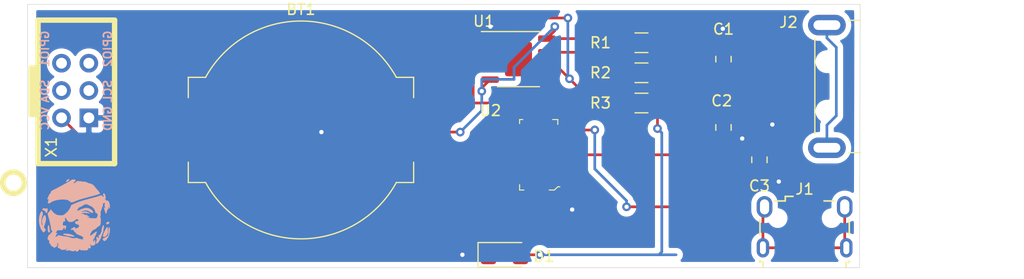
<source format=kicad_pcb>
(kicad_pcb (version 20171130) (host pcbnew "(5.1.4)-1")

  (general
    (thickness 1.6)
    (drawings 4)
    (tracks 119)
    (zones 0)
    (modules 15)
    (nets 20)
  )

  (page A4)
  (layers
    (0 F.Cu signal)
    (31 B.Cu signal)
    (32 B.Adhes user)
    (33 F.Adhes user)
    (34 B.Paste user)
    (35 F.Paste user)
    (36 B.SilkS user)
    (37 F.SilkS user)
    (38 B.Mask user)
    (39 F.Mask user)
    (40 Dwgs.User user)
    (41 Cmts.User user)
    (42 Eco1.User user)
    (43 Eco2.User user)
    (44 Edge.Cuts user)
    (45 Margin user)
    (46 B.CrtYd user)
    (47 F.CrtYd user)
    (48 B.Fab user)
    (49 F.Fab user)
  )

  (setup
    (last_trace_width 0.25)
    (trace_clearance 0.2)
    (zone_clearance 0.508)
    (zone_45_only no)
    (trace_min 0.2)
    (via_size 0.8)
    (via_drill 0.4)
    (via_min_size 0.4)
    (via_min_drill 0.3)
    (uvia_size 0.3)
    (uvia_drill 0.1)
    (uvias_allowed no)
    (uvia_min_size 0.2)
    (uvia_min_drill 0.1)
    (edge_width 0.05)
    (segment_width 0.2)
    (pcb_text_width 0.3)
    (pcb_text_size 1.5 1.5)
    (mod_edge_width 0.12)
    (mod_text_size 1 1)
    (mod_text_width 0.15)
    (pad_size 5.5 5.5)
    (pad_drill 0)
    (pad_to_mask_clearance 0.051)
    (solder_mask_min_width 0.25)
    (aux_axis_origin 0 0)
    (visible_elements 7FFFFFFF)
    (pcbplotparams
      (layerselection 0x010fc_ffffffff)
      (usegerberextensions false)
      (usegerberattributes false)
      (usegerberadvancedattributes false)
      (creategerberjobfile false)
      (excludeedgelayer true)
      (linewidth 0.100000)
      (plotframeref false)
      (viasonmask false)
      (mode 1)
      (useauxorigin false)
      (hpglpennumber 1)
      (hpglpenspeed 20)
      (hpglpendiameter 15.000000)
      (psnegative false)
      (psa4output false)
      (plotreference true)
      (plotvalue true)
      (plotinvisibletext false)
      (padsonsilk false)
      (subtractmaskfromsilk false)
      (outputformat 1)
      (mirror false)
      (drillshape 0)
      (scaleselection 1)
      (outputdirectory "./Gerbers"))
  )

  (net 0 "")
  (net 1 "Net-(BT1-Pad1)")
  (net 2 GND)
  (net 3 "Net-(C1-Pad1)")
  (net 4 "Net-(D1-Pad2)")
  (net 5 "Net-(R1-Pad2)")
  (net 6 "Net-(R3-Pad1)")
  (net 7 "Net-(U1-Pad5)")
  (net 8 "Net-(C3-Pad2)")
  (net 9 "Net-(J2-Pad5)")
  (net 10 "Net-(J2-Pad3)")
  (net 11 "Net-(J2-Pad2)")
  (net 12 "Net-(J1-Pad6)")
  (net 13 "Net-(J1-Pad4)")
  (net 14 "Net-(J1-Pad3)")
  (net 15 "Net-(J1-Pad2)")
  (net 16 "Net-(X1-Pad4)")
  (net 17 "Net-(X1-Pad3)")
  (net 18 "Net-(X1-Pad6)")
  (net 19 "Net-(X1-Pad5)")

  (net_class Default "This is the default net class."
    (clearance 0.2)
    (trace_width 0.25)
    (via_dia 0.8)
    (via_drill 0.4)
    (uvia_dia 0.3)
    (uvia_drill 0.1)
    (add_net GND)
    (add_net "Net-(BT1-Pad1)")
    (add_net "Net-(C1-Pad1)")
    (add_net "Net-(C3-Pad2)")
    (add_net "Net-(D1-Pad2)")
    (add_net "Net-(J1-Pad2)")
    (add_net "Net-(J1-Pad3)")
    (add_net "Net-(J1-Pad4)")
    (add_net "Net-(J1-Pad6)")
    (add_net "Net-(J2-Pad2)")
    (add_net "Net-(J2-Pad3)")
    (add_net "Net-(J2-Pad5)")
    (add_net "Net-(R1-Pad2)")
    (add_net "Net-(R3-Pad1)")
    (add_net "Net-(U1-Pad5)")
    (add_net "Net-(X1-Pad3)")
    (add_net "Net-(X1-Pad4)")
    (add_net "Net-(X1-Pad5)")
    (add_net "Net-(X1-Pad6)")
  )

  (module New:test60x60 (layer B.Cu) (tedit 0) (tstamp 5F44BCD9)
    (at 89.6 124.8 180)
    (fp_text reference G*** (at -1.2 4.6) (layer B.SilkS) hide
      (effects (font (size 1.524 1.524) (thickness 0.3)) (justify mirror))
    )
    (fp_text value LOGO (at 0.4 -2.8) (layer B.SilkS) hide
      (effects (font (size 1.524 1.524) (thickness 0.3)) (justify mirror))
    )
    (fp_poly (pts (xy -1.040983 1.244053) (xy -1.03505 1.2192) (xy -1.042031 1.193038) (xy -1.063682 1.183385)
      (xy -1.090472 1.187998) (xy -1.099966 1.19926) (xy -1.102793 1.230701) (xy -1.087578 1.251207)
      (xy -1.063682 1.255016) (xy -1.040983 1.244053)) (layer B.SilkS) (width 0.01))
    (fp_poly (pts (xy 0.944914 -0.642317) (xy 1.012895 -0.646819) (xy 1.063244 -0.655492) (xy 1.082675 -0.662585)
      (xy 1.103526 -0.680864) (xy 1.100763 -0.701275) (xy 1.076035 -0.723319) (xy 1.030992 -0.746495)
      (xy 0.967282 -0.770301) (xy 0.886555 -0.794239) (xy 0.79046 -0.817807) (xy 0.680646 -0.840504)
      (xy 0.558763 -0.861831) (xy 0.426459 -0.881286) (xy 0.3175 -0.894794) (xy 0.226219 -0.904707)
      (xy 0.157092 -0.910881) (xy 0.107158 -0.913366) (xy 0.073456 -0.912212) (xy 0.053024 -0.90747)
      (xy 0.043056 -0.899446) (xy 0.044981 -0.880368) (xy 0.067554 -0.855388) (xy 0.107257 -0.826413)
      (xy 0.160567 -0.795351) (xy 0.223966 -0.764107) (xy 0.293932 -0.734591) (xy 0.366946 -0.708708)
      (xy 0.427006 -0.691436) (xy 0.503186 -0.675209) (xy 0.589617 -0.661925) (xy 0.681653 -0.651789)
      (xy 0.774646 -0.645006) (xy 0.863949 -0.641781) (xy 0.944914 -0.642317)) (layer B.SilkS) (width 0.01))
    (fp_poly (pts (xy 0.625168 4.422564) (xy 0.664895 4.396622) (xy 0.708119 4.35938) (xy 0.750216 4.315742)
      (xy 0.786561 4.270611) (xy 0.812528 4.228893) (xy 0.823493 4.19549) (xy 0.823304 4.188688)
      (xy 0.812575 4.163921) (xy 0.788829 4.157976) (xy 0.750102 4.170637) (xy 0.733735 4.178842)
      (xy 0.698788 4.201366) (xy 0.657541 4.233802) (xy 0.614723 4.271627) (xy 0.575067 4.310318)
      (xy 0.543302 4.345353) (xy 0.524159 4.372208) (xy 0.5207 4.38251) (xy 0.532015 4.407644)
      (xy 0.560469 4.426083) (xy 0.593563 4.4323) (xy 0.625168 4.422564)) (layer B.SilkS) (width 0.01))
    (fp_poly (pts (xy 0.239209 4.392229) (xy 0.2637 4.385774) (xy 0.290841 4.373034) (xy 0.324822 4.35227)
      (xy 0.369838 4.321744) (xy 0.43008 4.279719) (xy 0.461429 4.257874) (xy 0.501118 4.232148)
      (xy 0.558525 4.197455) (xy 0.628845 4.156572) (xy 0.707274 4.112273) (xy 0.789008 4.067336)
      (xy 0.821457 4.049854) (xy 0.913834 4.000147) (xy 1.014915 3.945331) (xy 1.117109 3.889551)
      (xy 1.212823 3.83695) (xy 1.294467 3.791676) (xy 1.30175 3.787607) (xy 1.436049 3.713399)
      (xy 1.566852 3.642796) (xy 1.690741 3.577566) (xy 1.804297 3.519474) (xy 1.904101 3.470288)
      (xy 1.986736 3.431773) (xy 2.011018 3.42112) (xy 2.068431 3.393629) (xy 2.124151 3.362142)
      (xy 2.168818 3.332101) (xy 2.180459 3.322626) (xy 2.212852 3.292034) (xy 2.228729 3.269584)
      (xy 2.232073 3.248419) (xy 2.230382 3.236636) (xy 2.229527 3.214337) (xy 2.238107 3.189832)
      (xy 2.258953 3.157309) (xy 2.286645 3.121267) (xy 2.354082 3.033178) (xy 2.404277 2.959463)
      (xy 2.438833 2.897464) (xy 2.459352 2.844524) (xy 2.463424 2.828077) (xy 2.478109 2.777682)
      (xy 2.498957 2.727911) (xy 2.507908 2.71145) (xy 2.539594 2.658625) (xy 2.559767 2.62308)
      (xy 2.57021 2.600459) (xy 2.57271 2.586401) (xy 2.569051 2.576548) (xy 2.565208 2.57152)
      (xy 2.544056 2.559616) (xy 2.50915 2.551402) (xy 2.497735 2.550207) (xy 2.464177 2.546086)
      (xy 2.449269 2.537171) (xy 2.446262 2.518776) (xy 2.446436 2.5146) (xy 2.452144 2.488192)
      (xy 2.465764 2.446649) (xy 2.484627 2.397928) (xy 2.489548 2.386258) (xy 2.513661 2.32261)
      (xy 2.522852 2.27536) (xy 2.516731 2.240077) (xy 2.494913 2.212329) (xy 2.472984 2.196754)
      (xy 2.426897 2.175997) (xy 2.384685 2.176201) (xy 2.34315 2.193291) (xy 2.312006 2.212339)
      (xy 2.271277 2.240095) (xy 2.240826 2.262307) (xy 2.14665 2.32183) (xy 2.031385 2.375673)
      (xy 1.898855 2.423115) (xy 1.752884 2.463434) (xy 1.597293 2.495909) (xy 1.435907 2.519819)
      (xy 1.272548 2.534441) (xy 1.11104 2.539055) (xy 0.955206 2.532938) (xy 0.859641 2.522982)
      (xy 0.763983 2.507512) (xy 0.686994 2.487772) (xy 0.621991 2.461012) (xy 0.562288 2.424488)
      (xy 0.50165 2.375842) (xy 0.44735 2.330014) (xy 0.404606 2.299746) (xy 0.367285 2.28237)
      (xy 0.329256 2.275217) (xy 0.284388 2.275617) (xy 0.273273 2.276431) (xy 0.234721 2.281957)
      (xy 0.189229 2.293593) (xy 0.13268 2.312709) (xy 0.060957 2.340674) (xy -0.013288 2.371687)
      (xy -0.08511 2.401819) (xy -0.155142 2.43008) (xy -0.225508 2.457119) (xy -0.298334 2.483584)
      (xy -0.375745 2.510123) (xy -0.459867 2.537384) (xy -0.552826 2.566014) (xy -0.656745 2.596663)
      (xy -0.773752 2.629979) (xy -0.905972 2.666608) (xy -1.055529 2.7072) (xy -1.22455 2.752402)
      (xy -1.41516 2.802863) (xy -1.50495 2.826513) (xy -1.659646 2.867799) (xy -1.801954 2.906954)
      (xy -1.930308 2.943493) (xy -2.043138 2.976929) (xy -2.138876 3.006774) (xy -2.215953 3.032542)
      (xy -2.272801 3.053746) (xy -2.307851 3.069899) (xy -2.319319 3.079259) (xy -2.317689 3.107446)
      (xy -2.298143 3.151639) (xy -2.261483 3.21068) (xy -2.208514 3.283407) (xy -2.14004 3.368662)
      (xy -2.056866 3.465285) (xy -2.03348 3.491515) (xy -1.979174 3.553394) (xy -1.922902 3.619837)
      (xy -1.870705 3.683573) (xy -1.828624 3.737326) (xy -1.822379 3.745665) (xy -1.774497 3.806516)
      (xy -1.730267 3.852941) (xy -1.681419 3.89294) (xy -1.642258 3.919954) (xy -1.585186 3.957111)
      (xy -1.543815 3.982398) (xy -1.512749 3.998091) (xy -1.486593 4.006466) (xy -1.45995 4.009798)
      (xy -1.427909 4.010363) (xy -1.404083 4.011027) (xy -1.380548 4.01392) (xy -1.353824 4.020284)
      (xy -1.320431 4.031361) (xy -1.276888 4.048393) (xy -1.219713 4.072622) (xy -1.145427 4.10529)
      (xy -1.0795 4.134685) (xy -1.03263 4.154939) (xy -0.993864 4.16903) (xy -0.956004 4.178479)
      (xy -0.91185 4.184807) (xy -0.854206 4.189533) (xy -0.805926 4.192477) (xy -0.729932 4.197898)
      (xy -0.650189 4.205335) (xy -0.57687 4.213749) (xy -0.526526 4.221006) (xy -0.424954 4.237051)
      (xy -0.344468 4.247037) (xy -0.281387 4.250544) (xy -0.23203 4.247151) (xy -0.192717 4.236438)
      (xy -0.159766 4.217984) (xy -0.129498 4.191369) (xy -0.11327 4.173794) (xy -0.076204 4.13823)
      (xy -0.032599 4.106245) (xy 0.013075 4.079801) (xy 0.056343 4.060858) (xy 0.092735 4.051377)
      (xy 0.117778 4.053319) (xy 0.127 4.068445) (xy 0.118151 4.094416) (xy 0.095714 4.128908)
      (xy 0.065852 4.164473) (xy 0.034727 4.193661) (xy 0.01149 4.208045) (xy -0.018175 4.227486)
      (xy -0.0254 4.249576) (xy -0.033166 4.274763) (xy -0.04445 4.284493) (xy -0.060206 4.301737)
      (xy -0.0635 4.317276) (xy -0.051282 4.345821) (xy -0.014805 4.367659) (xy 0.045666 4.382694)
      (xy 0.129864 4.390829) (xy 0.1397 4.391264) (xy 0.181401 4.393236) (xy 0.213173 4.394137)
      (xy 0.239209 4.392229)) (layer B.SilkS) (width 0.01))
    (fp_poly (pts (xy 2.958922 1.71532) (xy 2.983188 1.68998) (xy 2.990392 1.679802) (xy 3.015692 1.634552)
      (xy 3.021678 1.598649) (xy 3.006905 1.569663) (xy 2.969925 1.545162) (xy 2.909294 1.522717)
      (xy 2.894305 1.51829) (xy 2.848701 1.502246) (xy 2.812377 1.480715) (xy 2.78012 1.448885)
      (xy 2.746719 1.401944) (xy 2.719544 1.356967) (xy 2.68736 1.307031) (xy 2.661106 1.27991)
      (xy 2.63852 1.274377) (xy 2.61734 1.289203) (xy 2.61061 1.297877) (xy 2.588644 1.340175)
      (xy 2.567986 1.399641) (xy 2.550759 1.468059) (xy 2.539085 1.537209) (xy 2.535122 1.590046)
      (xy 2.535442 1.638872) (xy 2.539417 1.669112) (xy 2.54855 1.687491) (xy 2.55905 1.69707)
      (xy 2.588646 1.708813) (xy 2.60985 1.708165) (xy 2.678652 1.694954) (xy 2.752394 1.692482)
      (xy 2.819269 1.700834) (xy 2.83939 1.706506) (xy 2.893388 1.722457) (xy 2.931111 1.72577)
      (xy 2.958922 1.71532)) (layer B.SilkS) (width 0.01))
    (fp_poly (pts (xy -3.048997 0.460159) (xy -2.998307 0.434674) (xy -2.952019 0.399053) (xy -2.921456 0.362688)
      (xy -2.904791 0.332563) (xy -2.901624 0.311279) (xy -2.910793 0.286934) (xy -2.913531 0.281565)
      (xy -2.94022 0.24559) (xy -2.974514 0.230139) (xy -3.019824 0.234561) (xy -3.06705 0.252316)
      (xy -3.120856 0.281971) (xy -3.164119 0.315637) (xy -3.192121 0.349008) (xy -3.2004 0.374048)
      (xy -3.189276 0.408808) (xy -3.161259 0.44114) (xy -3.124385 0.463735) (xy -3.095009 0.4699)
      (xy -3.048997 0.460159)) (layer B.SilkS) (width 0.01))
    (fp_poly (pts (xy 3.123535 1.4361) (xy 3.148132 1.403296) (xy 3.176123 1.35283) (xy 3.205945 1.288147)
      (xy 3.236033 1.212691) (xy 3.264825 1.129904) (xy 3.290755 1.043232) (xy 3.295274 1.026441)
      (xy 3.331383 0.842479) (xy 3.345785 0.649447) (xy 3.338748 0.451015) (xy 3.31054 0.25085)
      (xy 3.261428 0.052623) (xy 3.214239 -0.084354) (xy 3.179019 -0.165703) (xy 3.137655 -0.245594)
      (xy 3.092585 -0.320651) (xy 3.046242 -0.387494) (xy 3.001063 -0.442746) (xy 2.959483 -0.483029)
      (xy 2.923938 -0.504965) (xy 2.908784 -0.508) (xy 2.883124 -0.500472) (xy 2.854852 -0.483243)
      (xy 2.825622 -0.45382) (xy 2.792466 -0.411064) (xy 2.760892 -0.363229) (xy 2.736407 -0.318568)
      (xy 2.725198 -0.288908) (xy 2.723834 -0.26425) (xy 2.734252 -0.239329) (xy 2.759895 -0.206595)
      (xy 2.765749 -0.200008) (xy 2.818353 -0.1399) (xy 2.854439 -0.093114) (xy 2.875425 -0.054987)
      (xy 2.88273 -0.020857) (xy 2.877774 0.013938) (xy 2.861975 0.054059) (xy 2.850322 0.077833)
      (xy 2.832452 0.12058) (xy 2.813467 0.177954) (xy 2.7967 0.239571) (xy 2.792377 0.258352)
      (xy 2.778169 0.317294) (xy 2.762299 0.373594) (xy 2.747507 0.417792) (xy 2.742998 0.428865)
      (xy 2.720239 0.497169) (xy 2.703745 0.580659) (xy 2.693994 0.671713) (xy 2.691461 0.762711)
      (xy 2.696623 0.846032) (xy 2.709958 0.914056) (xy 2.712198 0.921029) (xy 2.730745 0.967385)
      (xy 2.753829 1.013557) (xy 2.777925 1.053667) (xy 2.799511 1.081838) (xy 2.814816 1.0922)
      (xy 2.838306 1.080807) (xy 2.867823 1.049179) (xy 2.901261 1.001145) (xy 2.936513 0.940533)
      (xy 2.971475 0.871171) (xy 3.004039 0.796888) (xy 3.0321 0.721511) (xy 3.048869 0.666761)
      (xy 3.069027 0.549287) (xy 3.065586 0.428375) (xy 3.038455 0.301389) (xy 3.035634 0.2921)
      (xy 3.017986 0.229814) (xy 3.010535 0.187996) (xy 3.013336 0.163828) (xy 3.026447 0.154489)
      (xy 3.038356 0.154692) (xy 3.06207 0.165315) (xy 3.080792 0.191441) (xy 3.095578 0.235817)
      (xy 3.107482 0.301195) (xy 3.113581 0.350738) (xy 3.120711 0.531916) (xy 3.103529 0.718701)
      (xy 3.062205 0.909916) (xy 3.011314 1.0668) (xy 2.991742 1.143752) (xy 2.985421 1.22697)
      (xy 2.993026 1.304433) (xy 2.997006 1.320856) (xy 3.013105 1.357753) (xy 3.038523 1.395424)
      (xy 3.067459 1.42698) (xy 3.094111 1.445531) (xy 3.103898 1.4478) (xy 3.123535 1.4361)) (layer B.SilkS) (width 0.01))
    (fp_poly (pts (xy 2.469693 0.140651) (xy 2.487937 0.110447) (xy 2.503113 0.057732) (xy 2.514869 -0.016555)
      (xy 2.522855 -0.111477) (xy 2.524003 -0.133592) (xy 2.525425 -0.250607) (xy 2.517973 -0.348303)
      (xy 2.501878 -0.425306) (xy 2.477368 -0.480241) (xy 2.463198 -0.497855) (xy 2.432726 -0.523934)
      (xy 2.406503 -0.531374) (xy 2.375265 -0.521037) (xy 2.352675 -0.508139) (xy 2.324685 -0.487614)
      (xy 2.313546 -0.466044) (xy 2.317724 -0.435896) (xy 2.330868 -0.401007) (xy 2.340025 -0.369079)
      (xy 2.349504 -0.31933) (xy 2.358024 -0.259293) (xy 2.363006 -0.212131) (xy 2.373961 -0.101276)
      (xy 2.385116 -0.013875) (xy 2.396824 0.052016) (xy 2.409443 0.098342) (xy 2.423325 0.127048)
      (xy 2.425401 0.129786) (xy 2.448731 0.14741) (xy 2.469693 0.140651)) (layer B.SilkS) (width 0.01))
    (fp_poly (pts (xy -2.977636 -0.02212) (xy -2.963247 -0.031398) (xy -2.940875 -0.056407) (xy -2.922133 -0.092245)
      (xy -2.920169 -0.09777) (xy -2.903411 -0.135944) (xy -2.878107 -0.180542) (xy -2.863491 -0.202506)
      (xy -2.821945 -0.268351) (xy -2.775616 -0.355224) (xy -2.726238 -0.459603) (xy -2.675547 -0.577967)
      (xy -2.662273 -0.610834) (xy -2.626677 -0.710224) (xy -2.606917 -0.790645) (xy -2.602879 -0.852898)
      (xy -2.614447 -0.897782) (xy -2.620148 -0.906911) (xy -2.646694 -0.924766) (xy -2.688494 -0.934267)
      (xy -2.736563 -0.934648) (xy -2.781914 -0.925143) (xy -2.791027 -0.921473) (xy -2.84265 -0.88937)
      (xy -2.897905 -0.84055) (xy -2.950476 -0.781663) (xy -2.994046 -0.719363) (xy -3.009155 -0.691739)
      (xy -3.031976 -0.639158) (xy -3.047518 -0.58576) (xy -3.058365 -0.521554) (xy -3.062481 -0.485726)
      (xy -3.06811 -0.398255) (xy -3.067694 -0.309625) (xy -3.0618 -0.224885) (xy -3.050995 -0.149086)
      (xy -3.035844 -0.087278) (xy -3.016915 -0.04451) (xy -3.012257 -0.038105) (xy -2.994335 -0.020437)
      (xy -2.977636 -0.02212)) (layer B.SilkS) (width 0.01))
    (fp_poly (pts (xy -3.139806 -0.060056) (xy -3.130509 -0.073025) (xy -3.127499 -0.09164) (xy -3.124006 -0.131783)
      (xy -3.120263 -0.189592) (xy -3.116505 -0.261206) (xy -3.112965 -0.342763) (xy -3.111083 -0.3937)
      (xy -3.107479 -0.481642) (xy -3.103048 -0.564085) (xy -3.09811 -0.636625) (xy -3.092983 -0.694861)
      (xy -3.087987 -0.734391) (xy -3.08555 -0.746078) (xy -3.061553 -0.803196) (xy -3.021989 -0.855688)
      (xy -2.964713 -0.905249) (xy -2.887585 -0.953574) (xy -2.78846 -1.002355) (xy -2.729355 -1.027705)
      (xy -2.66237 -1.05797) (xy -2.617068 -1.085445) (xy -2.590323 -1.112775) (xy -2.579007 -1.14261)
      (xy -2.5781 -1.155752) (xy -2.588596 -1.193255) (xy -2.615852 -1.23461) (xy -2.653519 -1.273588)
      (xy -2.695248 -1.303956) (xy -2.734692 -1.319484) (xy -2.745745 -1.320302) (xy -2.768334 -1.315076)
      (xy -2.799799 -1.303172) (xy -2.80035 -1.302928) (xy -2.84296 -1.275372) (xy -2.892814 -1.229119)
      (xy -2.946461 -1.168514) (xy -3.000451 -1.097897) (xy -3.051334 -1.021613) (xy -3.095657 -0.944003)
      (xy -3.112282 -0.910363) (xy -3.143746 -0.8327) (xy -3.171984 -0.743031) (xy -3.196469 -0.645405)
      (xy -3.216673 -0.543872) (xy -3.232071 -0.442483) (xy -3.242135 -0.345288) (xy -3.246339 -0.256337)
      (xy -3.244154 -0.179681) (xy -3.235056 -0.119368) (xy -3.220074 -0.081719) (xy -3.194903 -0.058703)
      (xy -3.165211 -0.051197) (xy -3.139806 -0.060056)) (layer B.SilkS) (width 0.01))
    (fp_poly (pts (xy -2.641041 0.139401) (xy -2.609763 0.111714) (xy -2.579954 0.06622) (xy -2.55619 0.010323)
      (xy -2.551406 -0.005587) (xy -2.536795 -0.047985) (xy -2.515999 -0.096239) (xy -2.50698 -0.114418)
      (xy -2.49172 -0.147119) (xy -2.482808 -0.178488) (xy -2.478916 -0.216728) (xy -2.478713 -0.27004)
      (xy -2.479082 -0.286631) (xy -2.479736 -0.343507) (xy -2.477148 -0.38393) (xy -2.46962 -0.416801)
      (xy -2.455453 -0.451022) (xy -2.442882 -0.47625) (xy -2.407693 -0.552728) (xy -2.380142 -0.628132)
      (xy -2.363047 -0.694291) (xy -2.359644 -0.71755) (xy -2.356207 -0.73962) (xy -2.347132 -0.750432)
      (xy -2.325669 -0.753244) (xy -2.289205 -0.751569) (xy -2.249645 -0.750298) (xy -2.227748 -0.754483)
      (xy -2.215934 -0.766768) (xy -2.210581 -0.778997) (xy -2.205949 -0.805739) (xy -2.20395 -0.849824)
      (xy -2.204837 -0.903306) (xy -2.205951 -0.923953) (xy -2.208195 -0.985265) (xy -2.206418 -1.032188)
      (xy -2.200837 -1.059561) (xy -2.200201 -1.060807) (xy -2.191745 -1.070867) (xy -2.181367 -1.067918)
      (xy -2.165421 -1.048959) (xy -2.140911 -1.012007) (xy -2.104955 -0.964138) (xy -2.073183 -0.940727)
      (xy -2.0442 -0.941454) (xy -2.01661 -0.965998) (xy -2.006461 -0.981075) (xy -1.985856 -1.026615)
      (xy -1.984282 -1.070204) (xy -2.001748 -1.120485) (xy -2.0066 -1.1303) (xy -2.021354 -1.161808)
      (xy -2.028871 -1.189018) (xy -2.028765 -1.218241) (xy -2.02065 -1.255783) (xy -2.00414 -1.307955)
      (xy -1.9939 -1.337793) (xy -1.976914 -1.389397) (xy -1.963829 -1.434063) (xy -1.956611 -1.464852)
      (xy -1.9558 -1.472201) (xy -1.96386 -1.497677) (xy -1.98357 -1.528564) (xy -2.008232 -1.556511)
      (xy -2.031145 -1.573167) (xy -2.038111 -1.5748) (xy -2.05397 -1.566009) (xy -2.081382 -1.542664)
      (xy -2.115151 -1.509304) (xy -2.124728 -1.499122) (xy -2.219838 -1.381798) (xy -2.30835 -1.243606)
      (xy -2.388083 -1.08869) (xy -2.456857 -0.921196) (xy -2.502443 -0.781197) (xy -2.525158 -0.710214)
      (xy -2.553473 -0.632589) (xy -2.582503 -0.561427) (xy -2.59293 -0.538332) (xy -2.61849 -0.481524)
      (xy -2.634168 -0.438795) (xy -2.642147 -0.401874) (xy -2.644611 -0.362489) (xy -2.644521 -0.3429)
      (xy -2.646877 -0.290062) (xy -2.654327 -0.225176) (xy -2.665369 -0.160722) (xy -2.667793 -0.149359)
      (xy -2.685435 -0.051141) (xy -2.691738 0.03169) (xy -2.686573 0.096252) (xy -2.679821 0.120335)
      (xy -2.668022 0.142856) (xy -2.652816 0.144846) (xy -2.641041 0.139401)) (layer B.SilkS) (width 0.01))
    (fp_poly (pts (xy -2.646796 3.083521) (xy -2.64097 3.060564) (xy -2.631038 3.02059) (xy -2.617454 2.986457)
      (xy -2.617377 2.986314) (xy -2.609477 2.96628) (xy -2.612208 2.946788) (xy -2.627788 2.919701)
      (xy -2.640425 2.901688) (xy -2.667506 2.86001) (xy -2.677671 2.830542) (xy -2.671625 2.807196)
      (xy -2.653655 2.787067) (xy -2.640685 2.776646) (xy -2.628796 2.774218) (xy -2.613542 2.782329)
      (xy -2.590477 2.803526) (xy -2.555157 2.840357) (xy -2.54872 2.847182) (xy -2.469831 2.930869)
      (xy -2.330291 2.88695) (xy -1.853461 2.744224) (xy -1.397 2.620937) (xy -1.175394 2.563209)
      (xy -0.975177 2.508558) (xy -0.792705 2.455767) (xy -0.624332 2.403624) (xy -0.466414 2.350913)
      (xy -0.315305 2.296419) (xy -0.167361 2.238928) (xy -0.018936 2.177226) (xy 0.126537 2.113286)
      (xy 0.339297 2.017572) (xy 0.386904 1.894611) (xy 0.46128 1.727588) (xy 0.548944 1.578975)
      (xy 0.653328 1.443768) (xy 0.777865 1.316968) (xy 0.79238 1.303822) (xy 0.862906 1.241572)
      (xy 0.919808 1.193925) (xy 0.967512 1.157616) (xy 1.010445 1.129377) (xy 1.053034 1.105944)
      (xy 1.075234 1.095172) (xy 1.107006 1.08104) (xy 1.135204 1.071395) (xy 1.165765 1.065416)
      (xy 1.204628 1.062282) (xy 1.257734 1.061173) (xy 1.3208 1.061217) (xy 1.435023 1.064726)
      (xy 1.531247 1.07501) (xy 1.616277 1.093384) (xy 1.69692 1.121167) (xy 1.748068 1.143868)
      (xy 1.854676 1.20681) (xy 1.963277 1.294725) (xy 2.073526 1.407296) (xy 2.185078 1.544203)
      (xy 2.1911 1.552239) (xy 2.21878 1.588734) (xy 2.23797 1.607566) (xy 2.253684 1.607802)
      (xy 2.270934 1.588511) (xy 2.294734 1.548761) (xy 2.304817 1.531105) (xy 2.331259 1.491105)
      (xy 2.368416 1.442612) (xy 2.408996 1.395051) (xy 2.415887 1.387547) (xy 2.458635 1.339117)
      (xy 2.490379 1.295192) (xy 2.511374 1.251951) (xy 2.521875 1.205574) (xy 2.522139 1.152239)
      (xy 2.51242 1.088126) (xy 2.492973 1.009412) (xy 2.464054 0.912278) (xy 2.45051 0.869353)
      (xy 2.414117 0.753225) (xy 2.385364 0.65681) (xy 2.363183 0.575961) (xy 2.346507 0.50653)
      (xy 2.334269 0.444369) (xy 2.3254 0.385332) (xy 2.324906 0.381433) (xy 2.313824 0.316412)
      (xy 2.297203 0.24468) (xy 2.281067 0.189447) (xy 2.263149 0.123868) (xy 2.247896 0.040886)
      (xy 2.23473 -0.062867) (xy 2.230326 -0.106633) (xy 2.222997 -0.176181) (xy 2.215208 -0.237094)
      (xy 2.207657 -0.284746) (xy 2.201045 -0.314511) (xy 2.19779 -0.321889) (xy 2.176998 -0.33487)
      (xy 2.144931 -0.348016) (xy 2.143134 -0.348605) (xy 2.108589 -0.368129) (xy 2.097916 -0.389575)
      (xy 2.103759 -0.422223) (xy 2.126452 -0.466683) (xy 2.16287 -0.519081) (xy 2.209888 -0.57554)
      (xy 2.264379 -0.632185) (xy 2.323219 -0.68514) (xy 2.358976 -0.713283) (xy 2.422998 -0.773072)
      (xy 2.471805 -0.847448) (xy 2.507419 -0.939906) (xy 2.520518 -0.992177) (xy 2.533819 -1.06342)
      (xy 2.536618 -1.116874) (xy 2.526556 -1.158807) (xy 2.501277 -1.195488) (xy 2.458423 -1.233185)
      (xy 2.419095 -1.261857) (xy 2.402054 -1.27555) (xy 2.392231 -1.291251) (xy 2.387895 -1.31566)
      (xy 2.387311 -1.355475) (xy 2.387866 -1.382507) (xy 2.389253 -1.446536) (xy 2.388781 -1.490159)
      (xy 2.38504 -1.518367) (xy 2.376622 -1.536151) (xy 2.362119 -1.548501) (xy 2.34012 -1.560407)
      (xy 2.337224 -1.561883) (xy 2.297912 -1.58609) (xy 2.27388 -1.614509) (xy 2.259052 -1.655797)
      (xy 2.253793 -1.680716) (xy 2.231267 -1.741484) (xy 2.188821 -1.787348) (xy 2.125596 -1.819164)
      (xy 2.110275 -1.823947) (xy 2.058615 -1.840526) (xy 2.025273 -1.857342) (xy 2.003588 -1.879227)
      (xy 1.986896 -1.911015) (xy 1.985412 -1.914525) (xy 1.966881 -1.946448) (xy 1.946096 -1.954242)
      (xy 1.919587 -1.939147) (xy 1.9187 -1.938381) (xy 1.895798 -1.924933) (xy 1.858183 -1.908846)
      (xy 1.8288 -1.898484) (xy 1.752974 -1.861934) (xy 1.694078 -1.808439) (xy 1.653859 -1.741415)
      (xy 1.634059 -1.664278) (xy 1.636424 -1.580443) (xy 1.645636 -1.539875) (xy 1.647992 -1.518798)
      (xy 1.63349 -1.511737) (xy 1.621451 -1.5113) (xy 1.587428 -1.522373) (xy 1.563894 -1.553028)
      (xy 1.551531 -1.599412) (xy 1.551025 -1.657675) (xy 1.56306 -1.723966) (xy 1.576326 -1.7653)
      (xy 1.599059 -1.831558) (xy 1.608716 -1.879611) (xy 1.603632 -1.913948) (xy 1.582141 -1.939056)
      (xy 1.542577 -1.959425) (xy 1.4986 -1.974751) (xy 1.451706 -1.993888) (xy 1.408784 -2.018329)
      (xy 1.39065 -2.032379) (xy 1.353041 -2.061633) (xy 1.312058 -2.08581) (xy 1.3081 -2.087646)
      (xy 1.267214 -2.109503) (xy 1.229674 -2.13496) (xy 1.228572 -2.135843) (xy 1.204501 -2.152747)
      (xy 1.182559 -2.157891) (xy 1.15162 -2.15285) (xy 1.136315 -2.148893) (xy 1.092408 -2.140755)
      (xy 1.036689 -2.135208) (xy 0.991804 -2.1336) (xy 0.942405 -2.132309) (xy 0.907794 -2.126348)
      (xy 0.877403 -2.112581) (xy 0.842761 -2.089376) (xy 0.805382 -2.063008) (xy 0.773573 -2.041292)
      (xy 0.758825 -2.031779) (xy 0.740068 -2.024696) (xy 0.737541 -2.034879) (xy 0.75062 -2.06059)
      (xy 0.778678 -2.100092) (xy 0.7874 -2.111215) (xy 0.813836 -2.14694) (xy 0.832208 -2.176587)
      (xy 0.8382 -2.192167) (xy 0.826919 -2.20994) (xy 0.795138 -2.218084) (xy 0.74595 -2.216378)
      (xy 0.682448 -2.2046) (xy 0.678245 -2.203567) (xy 0.62815 -2.192448) (xy 0.586473 -2.187769)
      (xy 0.545053 -2.189945) (xy 0.495726 -2.199394) (xy 0.4318 -2.216121) (xy 0.368881 -2.231756)
      (xy 0.300796 -2.24574) (xy 0.233669 -2.257132) (xy 0.173622 -2.264989) (xy 0.126778 -2.268369)
      (xy 0.101621 -2.266954) (xy 0.067777 -2.252042) (xy 0.037481 -2.228191) (xy 0.010464 -2.204605)
      (xy -0.013704 -2.19972) (xy -0.042186 -2.21389) (xy -0.066234 -2.233337) (xy -0.129625 -2.278355)
      (xy -0.187602 -2.298565) (xy -0.240187 -2.293972) (xy -0.28126 -2.270061) (xy -0.305782 -2.244097)
      (xy -0.335786 -2.205221) (xy -0.360477 -2.168525) (xy -0.393191 -2.122468) (xy -0.422086 -2.099696)
      (xy -0.451814 -2.099547) (xy -0.487027 -2.121357) (xy -0.514641 -2.146584) (xy -0.566692 -2.197669)
      (xy -0.621493 -2.178334) (xy -0.676558 -2.162698) (xy -0.71769 -2.161458) (xy -0.752088 -2.174917)
      (xy -0.765466 -2.1844) (xy -0.797097 -2.204023) (xy -0.827255 -2.207554) (xy -0.864102 -2.194784)
      (xy -0.889327 -2.181225) (xy -0.92299 -2.164154) (xy -0.945307 -2.160549) (xy -0.964868 -2.168525)
      (xy -0.997314 -2.188577) (xy -1.01529 -2.199711) (xy -1.037967 -2.207948) (xy -1.059393 -2.197265)
      (xy -1.064768 -2.192589) (xy -1.091363 -2.175088) (xy -1.13061 -2.156227) (xy -1.151204 -2.148205)
      (xy -1.21285 -2.126254) (xy -1.224411 -2.050552) (xy -1.231128 -2.00969) (xy -1.236854 -1.980321)
      (xy -1.239832 -1.970012) (xy -1.2525 -1.97186) (xy -1.279496 -1.982342) (xy -1.29027 -1.987277)
      (xy -1.33579 -2.000614) (xy -1.383776 -2.001996) (xy -1.424342 -1.991834) (xy -1.440354 -1.981034)
      (xy -1.446877 -1.962371) (xy -1.451705 -1.925109) (xy -1.454046 -1.876032) (xy -1.45415 -1.862861)
      (xy -1.453284 -1.808863) (xy -1.449228 -1.77132) (xy -1.439802 -1.741311) (xy -1.422822 -1.70991)
      (xy -1.412875 -1.694101) (xy -1.390938 -1.658591) (xy -1.375969 -1.631882) (xy -1.3716 -1.621313)
      (xy -1.379578 -1.612411) (xy -1.402996 -1.622631) (xy -1.441087 -1.651542) (xy -1.46874 -1.675917)
      (xy -1.525948 -1.721134) (xy -1.579933 -1.746671) (xy -1.635032 -1.752588) (xy -1.695583 -1.738948)
      (xy -1.765923 -1.705813) (xy -1.808041 -1.680752) (xy -1.906255 -1.61925) (xy -1.898939 -1.4986)
      (xy -1.890813 -1.40208) (xy -1.879418 -1.322889) (xy -1.865232 -1.263257) (xy -1.848735 -1.225414)
      (xy -1.837964 -1.214118) (xy -1.814478 -1.209763) (xy -1.798223 -1.227873) (xy -1.791069 -1.266089)
      (xy -1.790895 -1.273582) (xy -1.786199 -1.3084) (xy -1.774703 -1.345824) (xy -1.759791 -1.377614)
      (xy -1.744843 -1.395531) (xy -1.740234 -1.397) (xy -1.724557 -1.384878) (xy -1.710315 -1.350828)
      (xy -1.698725 -1.298317) (xy -1.694285 -1.26605) (xy -1.691259 -1.232537) (xy -1.693343 -1.207605)
      (xy -1.70343 -1.183854) (xy -1.724414 -1.153885) (xy -1.751415 -1.119933) (xy -1.781782 -1.079614)
      (xy -1.804501 -1.044383) (xy -1.815605 -1.020544) (xy -1.8161 -1.017136) (xy -1.821586 -0.997451)
      (xy -1.832964 -0.969314) (xy -0.810105 -0.969314) (xy -0.796371 -0.984405) (xy -0.767202 -0.9906)
      (xy -0.740189 -0.996304) (xy -0.729386 -1.015442) (xy -0.733943 -1.05105) (xy -0.742593 -1.078487)
      (xy -0.75454 -1.117776) (xy -0.761376 -1.150774) (xy -0.762 -1.158937) (xy -0.759913 -1.17288)
      (xy -0.749728 -1.179361) (xy -0.725562 -1.179714) (xy -0.687134 -1.17591) (xy -0.640933 -1.168994)
      (xy -0.580267 -1.157608) (xy -0.515241 -1.143715) (xy -0.486044 -1.136876) (xy -0.417996 -1.118736)
      (xy -0.34568 -1.096791) (xy -0.281387 -1.074848) (xy -0.26213 -1.067506) (xy -0.197724 -1.044282)
      (xy -0.144548 -1.032395) (xy -0.092781 -1.031175) (xy -0.032602 -1.039954) (xy 0.008736 -1.049061)
      (xy 0.09751 -1.062483) (xy 0.191026 -1.061148) (xy 0.292764 -1.044477) (xy 0.406204 -1.011891)
      (xy 0.534827 -0.962811) (xy 0.539773 -0.960734) (xy 0.583309 -0.945229) (xy 0.635837 -0.932368)
      (xy 0.702514 -0.921145) (xy 0.788497 -0.910552) (xy 0.806473 -0.908629) (xy 0.89051 -0.898591)
      (xy 0.981791 -0.885695) (xy 1.069771 -0.871542) (xy 1.1439 -0.857734) (xy 1.14935 -0.856601)
      (xy 1.221529 -0.841593) (xy 1.297024 -0.82616) (xy 1.365587 -0.812384) (xy 1.406167 -0.804416)
      (xy 1.510585 -0.784254) (xy 1.641992 -0.862027) (xy 1.715816 -0.903431) (xy 1.771253 -0.929511)
      (xy 1.807958 -0.940264) (xy 1.825585 -0.935686) (xy 1.82379 -0.915774) (xy 1.802226 -0.880524)
      (xy 1.789052 -0.86345) (xy 1.751805 -0.798512) (xy 1.734607 -0.740369) (xy 1.724861 -0.698155)
      (xy 1.713964 -0.67392) (xy 1.697329 -0.660477) (xy 1.679095 -0.653405) (xy 1.637129 -0.634659)
      (xy 1.617016 -0.615129) (xy 1.618996 -0.59808) (xy 1.64331 -0.586775) (xy 1.673974 -0.584026)
      (xy 1.726256 -0.580475) (xy 1.762079 -0.571033) (xy 1.777416 -0.556859) (xy 1.777699 -0.554143)
      (xy 1.770839 -0.538115) (xy 1.752576 -0.506365) (xy 1.725984 -0.464046) (xy 1.704674 -0.4318)
      (xy 1.63195 -0.32385) (xy 1.4097 -0.317044) (xy 1.335712 -0.314227) (xy 1.26947 -0.310672)
      (xy 1.215611 -0.30671) (xy 1.178774 -0.302669) (xy 1.164635 -0.299584) (xy 1.145891 -0.282552)
      (xy 1.123478 -0.250982) (xy 1.111789 -0.23019) (xy 1.088042 -0.189723) (xy 1.05837 -0.147414)
      (xy 1.027271 -0.108749) (xy 0.999248 -0.079218) (xy 0.978801 -0.064307) (xy 0.975086 -0.0635)
      (xy 0.968012 -0.07554) (xy 0.966943 -0.111832) (xy 0.969744 -0.151639) (xy 0.97245 -0.196267)
      (xy 0.971798 -0.230033) (xy 0.967943 -0.245924) (xy 0.967683 -0.246114) (xy 0.945317 -0.246329)
      (xy 0.916236 -0.228691) (xy 0.886019 -0.197575) (xy 0.864251 -0.164976) (xy 0.847038 -0.127677)
      (xy 0.836175 -0.086285) (xy 0.829823 -0.032345) (xy 0.827716 0.002952) (xy 0.822393 0.1143)
      (xy 0.954869 0.1143) (xy 1.026058 0.114712) (xy 1.075361 0.118502) (xy 1.106286 0.129502)
      (xy 1.122343 0.151547) (xy 1.127041 0.188469) (xy 1.123888 0.244101) (xy 1.119133 0.293724)
      (xy 1.113457 0.353529) (xy 1.108855 0.405188) (xy 1.105839 0.442766) (xy 1.1049 0.459522)
      (xy 1.098775 0.471561) (xy 1.077307 0.479379) (xy 1.035847 0.484506) (xy 1.026993 0.485183)
      (xy 0.976083 0.49152) (xy 0.944988 0.502583) (xy 0.931743 0.514537) (xy 0.920283 0.545063)
      (xy 0.915022 0.589949) (xy 0.91589 0.638983) (xy 0.922819 0.681954) (xy 0.933046 0.705598)
      (xy 0.94969 0.737741) (xy 0.945596 0.767667) (xy 0.919647 0.801295) (xy 0.913938 0.806893)
      (xy 0.885791 0.829078) (xy 0.863148 0.833169) (xy 0.84281 0.81734) (xy 0.821583 0.779763)
      (xy 0.806992 0.745778) (xy 0.762765 0.659269) (xy 0.705312 0.581104) (xy 0.639239 0.51629)
      (xy 0.569154 0.469833) (xy 0.542098 0.45791) (xy 0.499239 0.448744) (xy 0.440308 0.445055)
      (xy 0.373989 0.446632) (xy 0.308965 0.453262) (xy 0.253919 0.464734) (xy 0.25313 0.464967)
      (xy 0.160246 0.499114) (xy 0.075994 0.545506) (xy -0.009048 0.609384) (xy -0.013993 0.613557)
      (xy -0.079901 0.666655) (xy -0.132541 0.701496) (xy -0.17535 0.718954) (xy -0.211768 0.719905)
      (xy -0.245236 0.705223) (xy -0.275115 0.679926) (xy -0.30265 0.648712) (xy -0.314441 0.62182)
      (xy -0.315171 0.588472) (xy -0.31512 0.587851) (xy -0.31115 0.53975) (xy -0.201904 0.5334)
      (xy -0.14015 0.528326) (xy -0.097917 0.519746) (xy -0.069338 0.504818) (xy -0.048541 0.480698)
      (xy -0.03292 0.451522) (xy -0.014197 0.393183) (xy -0.017703 0.344926) (xy -0.043328 0.308018)
      (xy -0.045806 0.306003) (xy -0.094899 0.274394) (xy -0.157782 0.243396) (xy -0.223229 0.218008)
      (xy -0.274545 0.204177) (xy -0.332217 0.185011) (xy -0.368357 0.152847) (xy -0.383135 0.107298)
      (xy -0.376718 0.047976) (xy -0.361775 0.003128) (xy -0.326981 -0.058131) (xy -0.280555 -0.096918)
      (xy -0.22206 -0.11356) (xy -0.204766 -0.1143) (xy -0.155956 -0.118787) (xy -0.127427 -0.134104)
      (xy -0.115369 -0.16303) (xy -0.1143 -0.18034) (xy -0.110645 -0.208323) (xy -0.099485 -0.212676)
      (xy -0.080533 -0.193274) (xy -0.056674 -0.155575) (xy -0.022521 -0.102269) (xy 0.011427 -0.060078)
      (xy 0.041413 -0.033162) (xy 0.060873 -0.0254) (xy 0.080888 -0.032838) (xy 0.111191 -0.051712)
      (xy 0.12743 -0.063841) (xy 0.16639 -0.090422) (xy 0.206133 -0.111173) (xy 0.218158 -0.11573)
      (xy 0.279217 -0.13757) (xy 0.319359 -0.159526) (xy 0.34271 -0.185956) (xy 0.353394 -0.221219)
      (xy 0.3556 -0.260947) (xy 0.352681 -0.289969) (xy 0.340961 -0.302813) (xy 0.315998 -0.300751)
      (xy 0.273345 -0.285054) (xy 0.272547 -0.284721) (xy 0.218432 -0.271631) (xy 0.169433 -0.276815)
      (xy 0.130524 -0.297996) (xy 0.106676 -0.332893) (xy 0.1016 -0.363063) (xy 0.091577 -0.3972)
      (xy 0.066508 -0.433425) (xy 0.033885 -0.46212) (xy 0.018046 -0.470281) (xy -0.009607 -0.489053)
      (xy -0.03312 -0.516958) (xy -0.070393 -0.575745) (xy -0.099334 -0.615856) (xy -0.123251 -0.641189)
      (xy -0.145451 -0.655644) (xy -0.153508 -0.658883) (xy -0.187929 -0.675224) (xy -0.22634 -0.699355)
      (xy -0.234099 -0.705061) (xy -0.265096 -0.725627) (xy -0.287027 -0.730376) (xy -0.303373 -0.724663)
      (xy -0.321031 -0.719293) (xy -0.339542 -0.726025) (xy -0.365396 -0.747985) (xy -0.378222 -0.760694)
      (xy -0.411922 -0.791045) (xy -0.443951 -0.808127) (xy -0.486159 -0.817606) (xy -0.501646 -0.819698)
      (xy -0.550806 -0.828728) (xy -0.587528 -0.844877) (xy -0.62475 -0.874105) (xy -0.629891 -0.878799)
      (xy -0.671768 -0.912118) (xy -0.710296 -0.929008) (xy -0.737536 -0.933535) (xy -0.773805 -0.939327)
      (xy -0.799268 -0.947832) (xy -0.803394 -0.950713) (xy -0.810105 -0.969314) (xy -1.832964 -0.969314)
      (xy -1.836524 -0.960511) (xy -1.858638 -0.911592) (xy -1.885651 -0.855968) (xy -1.885835 -0.855601)
      (xy -1.917789 -0.788482) (xy -1.949152 -0.716483) (xy -1.978024 -0.644652) (xy -2.002502 -0.578038)
      (xy -2.020686 -0.521689) (xy -2.030674 -0.480655) (xy -2.032 -0.467517) (xy -2.023144 -0.448806)
      (xy -1.996834 -0.447947) (xy -1.953458 -0.464717) (xy -1.893404 -0.498889) (xy -1.817059 -0.550238)
      (xy -1.724811 -0.618538) (xy -1.617047 -0.703564) (xy -1.594161 -0.722153) (xy -1.545286 -0.761072)
      (xy -1.502604 -0.793293) (xy -1.470348 -0.815744) (xy -1.452751 -0.825353) (xy -1.451733 -0.8255)
      (xy -1.43197 -0.814039) (xy -1.416819 -0.784567) (xy -1.409827 -0.744452) (xy -1.4097 -0.738202)
      (xy -1.416464 -0.705353) (xy -1.434847 -0.657203) (xy -1.461985 -0.599317) (xy -1.495017 -0.537261)
      (xy -1.531079 -0.476601) (xy -1.567308 -0.422902) (xy -1.581449 -0.40431) (xy -1.626189 -0.3547)
      (xy -1.675334 -0.311012) (xy -1.723449 -0.277268) (xy -1.765096 -0.25749) (xy -1.784633 -0.254)
      (xy -1.837466 -0.244821) (xy -1.888829 -0.215805) (xy -1.942486 -0.164731) (xy -1.949378 -0.156876)
      (xy -1.99341 -0.11302) (xy -2.054494 -0.06239) (xy -2.126968 -0.009577) (xy -2.151364 0.006852)
      (xy -2.207397 0.044859) (xy -2.258517 0.081358) (xy -2.299408 0.112434) (xy -2.324753 0.134167)
      (xy -2.326273 0.135723) (xy -2.345417 0.16158) (xy -2.36076 0.196369) (xy -2.372811 0.243069)
      (xy -2.382081 0.304659) (xy -2.389078 0.384116) (xy -2.394313 0.48442) (xy -2.396518 0.5461)
      (xy -2.398829 0.629183) (xy -2.399594 0.691277) (xy -2.398572 0.736759) (xy -2.395525 0.770007)
      (xy -2.390214 0.795398) (xy -2.3824 0.817309) (xy -2.381613 0.81915) (xy -2.359504 0.873382)
      (xy -2.348078 0.913317) (xy -2.346567 0.947335) (xy -2.354204 0.983812) (xy -2.363827 1.013146)
      (xy -2.375024 1.048775) (xy -2.381731 1.082458) (xy -2.381731 1.082466) (xy -2.113375 1.082466)
      (xy -2.101546 1.011775) (xy -2.074928 0.936709) (xy -2.035604 0.863533) (xy -1.998952 0.813573)
      (xy -1.972782 0.787049) (xy -1.949179 0.777683) (xy -1.925223 0.779348) (xy -1.899957 0.781965)
      (xy -1.854277 0.785049) (xy -1.793158 0.788326) (xy -1.721575 0.791528) (xy -1.65735 0.793948)
      (xy -1.508643 0.801301) (xy -1.383672 0.812401) (xy -1.281023 0.827457) (xy -1.19928 0.846675)
      (xy -1.137029 0.870263) (xy -1.136842 0.870354) (xy -1.07315 0.90148) (xy -1.12395 0.89536)
      (xy -1.210577 0.885623) (xy -1.274428 0.88015) (xy -1.317749 0.878856) (xy -1.342791 0.881653)
      (xy -1.351061 0.88659) (xy -1.34756 0.902428) (xy -1.326842 0.923827) (xy -1.295013 0.946288)
      (xy -1.258178 0.965314) (xy -1.2319 0.974381) (xy -1.20099 0.985875) (xy -1.187231 1.004643)
      (xy -1.183503 1.025827) (xy -1.181844 1.04268) (xy -1.178054 1.054613) (xy -1.168054 1.063239)
      (xy -1.147765 1.070174) (xy -1.113106 1.077032) (xy -1.059999 1.085428) (xy -1.016 1.092116)
      (xy -0.972427 1.098579) (xy -0.939285 1.103156) (xy -0.924367 1.104805) (xy -0.910224 1.112563)
      (xy -0.884723 1.132126) (xy -0.87027 1.144424) (xy -0.843196 1.165376) (xy -0.814763 1.179027)
      (xy -0.776928 1.188156) (xy -0.722541 1.195439) (xy -0.66334 1.203881) (xy -0.616009 1.214148)
      (xy -0.584518 1.225069) (xy -0.572836 1.235474) (xy -0.57447 1.239103) (xy -0.59184 1.245712)
      (xy -0.629413 1.253931) (xy -0.682099 1.263067) (xy -0.744805 1.272422) (xy -0.812442 1.281303)
      (xy -0.879917 1.289012) (xy -0.942139 1.294855) (xy -0.994017 1.298135) (xy -1.00965 1.298561)
      (xy -1.078901 1.29803) (xy -1.134761 1.293236) (xy -1.189105 1.282503) (xy -1.253812 1.264153)
      (xy -1.254213 1.264029) (xy -1.305343 1.249369) (xy -1.347115 1.239408) (xy -1.373844 1.235396)
      (xy -1.380288 1.236354) (xy -1.379388 1.251205) (xy -1.360836 1.274089) (xy -1.32934 1.300987)
      (xy -1.289606 1.327879) (xy -1.246342 1.350747) (xy -1.246272 1.350778) (xy -1.1124 1.397921)
      (xy -0.976289 1.420825) (xy -0.840461 1.419297) (xy -0.707437 1.393144) (xy -0.704139 1.392164)
      (xy -0.656318 1.379005) (xy -0.617645 1.370536) (xy -0.594613 1.368105) (xy -0.591641 1.368801)
      (xy -0.587182 1.381169) (xy -0.603533 1.398111) (xy -0.636859 1.418061) (xy -0.683322 1.439453)
      (xy -0.739087 1.460722) (xy -0.800317 1.480302) (xy -0.863176 1.496628) (xy -0.923827 1.508132)
      (xy -0.93761 1.51) (xy -1.015039 1.516003) (xy -1.086684 1.512884) (xy -1.157132 1.499248)
      (xy -1.230969 1.473698) (xy -1.312781 1.43484) (xy -1.407156 1.381277) (xy -1.453079 1.353167)
      (xy -1.502993 1.323706) (xy -1.547559 1.300292) (xy -1.580881 1.28587) (xy -1.594241 1.2827)
      (xy -1.628571 1.291997) (xy -1.661364 1.31496) (xy -1.683967 1.344201) (xy -1.6891 1.363686)
      (xy -1.68247 1.390499) (xy -1.665562 1.427399) (xy -1.653183 1.448664) (xy -1.590649 1.526415)
      (xy -1.508535 1.597168) (xy -1.412328 1.658027) (xy -1.307515 1.706098) (xy -1.199582 1.738485)
      (xy -1.094015 1.752292) (xy -1.077261 1.752584) (xy -0.97244 1.744652) (xy -0.854399 1.722098)
      (xy -0.729287 1.686731) (xy -0.603255 1.640361) (xy -0.48245 1.584799) (xy -0.45129 1.568327)
      (xy -0.374355 1.530797) (xy -0.310335 1.508738) (xy -0.283584 1.503864) (xy -0.239388 1.500833)
      (xy -0.212561 1.50486) (xy -0.202541 1.518804) (xy -0.208767 1.545528) (xy -0.230677 1.587892)
      (xy -0.258153 1.633408) (xy -0.30323 1.703032) (xy -0.341687 1.753918) (xy -0.377844 1.790248)
      (xy -0.416025 1.816206) (xy -0.460551 1.835976) (xy -0.471427 1.839841) (xy -0.523473 1.858957)
      (xy -0.569505 1.879269) (xy -0.616984 1.904615) (xy -0.673371 1.938829) (xy -0.71203 1.963558)
      (xy -0.818122 2.026966) (xy -0.909532 2.070468) (xy -0.985995 2.093952) (xy -1.02851 2.098431)
      (xy -1.054353 2.096674) (xy -1.084396 2.090671) (xy -1.121371 2.079326) (xy -1.168009 2.061542)
      (xy -1.227043 2.036223) (xy -1.301203 2.002273) (xy -1.393222 1.958596) (xy -1.4732 1.919959)
      (xy -1.591771 1.850479) (xy -1.692895 1.766497) (xy -1.774849 1.670148) (xy -1.835905 1.563563)
      (xy -1.87434 1.448877) (xy -1.880739 1.41605) (xy -1.890889 1.361347) (xy -1.901511 1.326578)
      (xy -1.915789 1.306421) (xy -1.936907 1.295555) (xy -1.955587 1.290998) (xy -1.998343 1.272567)
      (xy -2.042768 1.238004) (xy -2.081167 1.194788) (xy -2.105846 1.150398) (xy -2.108331 1.142515)
      (xy -2.113375 1.082466) (xy -2.381731 1.082466) (xy -2.384485 1.121187) (xy -2.383827 1.171958)
      (xy -2.380789 1.233251) (xy -2.372313 1.380651) (xy -2.417618 1.483694) (xy -2.434059 1.524752)
      (xy -2.4533 1.578389) (xy -2.4735 1.638738) (xy -2.492821 1.699934) (xy -2.509421 1.756111)
      (xy -2.521461 1.801404) (xy -2.527101 1.829945) (xy -2.5273 1.833347) (xy -2.534522 1.845065)
      (xy -2.552953 1.869818) (xy -2.566749 1.887379) (xy -2.587964 1.915952) (xy -2.599127 1.9403)
      (xy -2.602607 1.969866) (xy -2.600776 2.01409) (xy -2.600299 2.021009) (xy -2.600156 2.09345)
      (xy -2.61226 2.14627) (xy -2.637911 2.182768) (xy -2.67233 2.203843) (xy -2.723621 2.214425)
      (xy -2.767646 2.200918) (xy -2.798539 2.170432) (xy -2.812014 2.141468) (xy -2.80355 2.124891)
      (xy -2.78191 2.1209) (xy -2.756543 2.110366) (xy -2.744445 2.078681) (xy -2.74562 2.02572)
      (xy -2.760071 1.951359) (xy -2.7878 1.855474) (xy -2.788462 1.853422) (xy -2.80985 1.783032)
      (xy -2.823506 1.729006) (xy -2.82941 1.692778) (xy -2.82754 1.675782) (xy -2.817875 1.679454)
      (xy -2.800393 1.705228) (xy -2.790411 1.723569) (xy -2.757595 1.776429) (xy -2.727243 1.804124)
      (xy -2.699229 1.806755) (xy -2.692402 1.803401) (xy -2.687109 1.795404) (xy -2.686695 1.77857)
      (xy -2.691858 1.749726) (xy -2.703293 1.705702) (xy -2.721695 1.643324) (xy -2.741655 1.578863)
      (xy -2.772171 1.481986) (xy -2.796445 1.406455) (xy -2.815594 1.349302) (xy -2.830734 1.307563)
      (xy -2.84298 1.278271) (xy -2.853449 1.258459) (xy -2.863257 1.245162) (xy -2.869627 1.238769)
      (xy -2.88822 1.225953) (xy -2.903305 1.232674) (xy -2.911541 1.241323) (xy -2.922283 1.262303)
      (xy -2.936121 1.302187) (xy -2.951162 1.354973) (xy -2.963704 1.406514) (xy -2.982088 1.485125)
      (xy -2.997968 1.54264) (xy -3.013405 1.582948) (xy -3.030462 1.60994) (xy -3.051201 1.627505)
      (xy -3.077686 1.639534) (xy -3.089275 1.643336) (xy -3.101457 1.651535) (xy -3.108333 1.67045)
      (xy -3.111264 1.705735) (xy -3.111695 1.736327) (xy -3.114907 1.796037) (xy -3.123292 1.835287)
      (xy -3.135441 1.853042) (xy -3.149947 1.848264) (xy -3.165403 1.819918) (xy -3.176418 1.783981)
      (xy -3.193071 1.736764) (xy -3.213204 1.710241) (xy -3.235027 1.706543) (xy -3.239563 1.708807)
      (xy -3.245836 1.72561) (xy -3.248546 1.762784) (xy -3.247998 1.815597) (xy -3.244493 1.879314)
      (xy -3.238334 1.949203) (xy -3.229824 2.02053) (xy -3.219265 2.088563) (xy -3.213255 2.120148)
      (xy -3.18506 2.230597) (xy -3.150601 2.316876) (xy -3.109643 2.379489) (xy -3.081419 2.406239)
      (xy -3.041593 2.429438) (xy -2.99955 2.436293) (xy -2.946638 2.427881) (xy -2.934329 2.424558)
      (xy -2.916742 2.432424) (xy -2.894265 2.463153) (xy -2.883529 2.48285) (xy -2.850079 2.534135)
      (xy -2.812412 2.563359) (xy -2.809875 2.564517) (xy -2.777989 2.583946) (xy -2.770979 2.601931)
      (xy -2.788734 2.616601) (xy -2.813395 2.623453) (xy -2.85261 2.636324) (xy -2.872018 2.658427)
      (xy -2.872498 2.692806) (xy -2.854931 2.742504) (xy -2.850543 2.751999) (xy -2.8298 2.80292)
      (xy -2.822449 2.842962) (xy -2.824255 2.870061) (xy -2.821682 2.918299) (xy -2.803215 2.974074)
      (xy -2.772724 3.028965) (xy -2.734074 3.074549) (xy -2.72782 3.080058) (xy -2.690769 3.10431)
      (xy -2.664012 3.105521) (xy -2.646796 3.083521)) (layer B.SilkS) (width 0.01))
  )

  (module Logo:Logo (layer B.Cu) (tedit 0) (tstamp 5DCA958A)
    (at 107.8 117.4 180)
    (fp_text reference G*** (at 0 0) (layer F.Mask) hide
      (effects (font (size 1.524 1.524) (thickness 0.3)))
    )
    (fp_text value LOGO (at 0.75 0) (layer F.SilkS) hide
      (effects (font (size 1.524 1.524) (thickness 0.3)))
    )
    (fp_poly (pts (xy -3.995566 1.955444) (xy -3.959386 1.898906) (xy -3.942089 1.772832) (xy -3.9371 1.55117)
      (xy -3.937 1.49225) (xy -3.937 1.016) (xy -3.615326 1.016) (xy -3.401508 1.028965)
      (xy -3.224482 1.061861) (xy -3.168427 1.083018) (xy -2.997168 1.122913) (xy -2.851251 1.073451)
      (xy -2.763809 0.958495) (xy -2.767976 0.801905) (xy -2.77011 0.796168) (xy -2.860697 0.69727)
      (xy -2.998233 0.653479) (xy -3.120009 0.68288) (xy -3.130593 0.692193) (xy -3.228739 0.730383)
      (xy -3.40879 0.755739) (xy -3.565919 0.762) (xy -3.931437 0.762) (xy -3.950094 0.301625)
      (xy -3.963348 0.062476) (xy -3.98454 -0.076234) (xy -4.022074 -0.141061) (xy -4.084351 -0.158564)
      (xy -4.09575 -0.15875) (xy -4.169264 -0.142221) (xy -4.211306 -0.073106) (xy -4.23367 0.077886)
      (xy -4.241718 0.203819) (xy -4.260686 0.566387) (xy -4.771092 0.187944) (xy -5.037443 -0.004127)
      (xy -5.224758 -0.123462) (xy -5.351451 -0.178766) (xy -5.435936 -0.178743) (xy -5.482167 -0.148166)
      (xy -5.503343 -0.067679) (xy -5.518525 0.103187) (xy -5.522324 0.246109) (xy -5.207 0.246109)
      (xy -4.937125 0.442014) (xy -4.745908 0.582127) (xy -4.570628 0.712675) (xy -4.509449 0.759116)
      (xy -4.409372 0.849377) (xy -4.381012 0.903671) (xy -4.382449 0.905194) (xy -4.444382 0.952844)
      (xy -4.580802 1.056741) (xy -4.764927 1.196496) (xy -4.810125 1.230749) (xy -5.207 1.531423)
      (xy -5.207 0.246109) (xy -5.522324 0.246109) (xy -5.524497 0.32784) (xy -5.5245 0.333502)
      (xy -5.5245 0.772837) (xy -5.921375 0.740973) (xy -6.15859 0.720489) (xy -6.364202 0.700258)
      (xy -6.468682 0.687929) (xy -6.62555 0.716348) (xy -6.690607 0.777875) (xy -6.72458 0.921572)
      (xy -6.659226 1.039163) (xy -6.521649 1.09252) (xy -6.468682 1.090072) (xy -6.32507 1.073647)
      (xy -6.1081 1.052923) (xy -5.921375 1.037028) (xy -5.5245 1.005164) (xy -5.5245 1.447307)
      (xy -5.516668 1.723805) (xy -5.483536 1.895314) (xy -5.410649 1.966233) (xy -5.283553 1.940963)
      (xy -5.087794 1.823904) (xy -4.851992 1.652036) (xy -4.634375 1.491194) (xy -4.453963 1.363918)
      (xy -4.334864 1.286885) (xy -4.302125 1.271656) (xy -4.272059 1.326827) (xy -4.255573 1.466374)
      (xy -4.2545 1.518807) (xy -4.238073 1.769052) (xy -4.183868 1.912821) (xy -4.0845 1.966947)
      (xy -4.057207 1.9685) (xy -3.995566 1.955444)) (layer B.Mask) (width 0.01))
    (fp_poly (pts (xy 0.491083 10.661931) (xy 1.027557 10.641822) (xy 1.50591 10.603531) (xy 1.96037 10.543093)
      (xy 2.425171 10.456543) (xy 2.934544 10.339917) (xy 3.14325 10.287819) (xy 4.232288 9.954007)
      (xy 5.254588 9.520464) (xy 6.219593 8.98161) (xy 7.136744 8.331864) (xy 8.015483 7.565646)
      (xy 8.402693 7.179503) (xy 8.954922 6.564721) (xy 9.416785 5.95247) (xy 9.817345 5.302103)
      (xy 10.019707 4.918118) (xy 10.279955 4.317426) (xy 10.481949 3.682651) (xy 10.624126 3.033849)
      (xy 10.704923 2.391076) (xy 10.722778 1.77439) (xy 10.676129 1.203848) (xy 10.563411 0.699506)
      (xy 10.383064 0.28142) (xy 10.381204 0.278238) (xy 10.277134 0.129068) (xy 10.105984 -0.085111)
      (xy 9.889388 -0.338433) (xy 9.648981 -0.605032) (xy 9.585646 -0.672904) (xy 9.361317 -0.915255)
      (xy 9.172026 -1.12694) (xy 9.033285 -1.290051) (xy 8.960603 -1.386677) (xy 8.9535 -1.402853)
      (xy 8.945032 -1.43971) (xy 8.907779 -1.44944) (xy 8.823969 -1.425659) (xy 8.675827 -1.361985)
      (xy 8.445579 -1.252034) (xy 8.207375 -1.134895) (xy 7.896101 -0.974109) (xy 7.6918 -0.850933)
      (xy 7.582848 -0.757551) (xy 7.5565 -0.697366) (xy 7.570788 -0.585854) (xy 7.608971 -0.386549)
      (xy 7.664027 -0.134836) (xy 7.690758 -0.020888) (xy 7.787975 0.596957) (xy 7.777456 1.206902)
      (xy 7.65669 1.82579) (xy 7.423167 2.470465) (xy 7.271636 2.791342) (xy 6.949215 3.315842)
      (xy 6.558646 3.76143) (xy 6.114156 4.122089) (xy 5.629971 4.391806) (xy 5.120315 4.564565)
      (xy 4.599414 4.634353) (xy 4.081495 4.595153) (xy 3.580783 4.440952) (xy 3.480731 4.394182)
      (xy 3.190495 4.232353) (xy 2.931566 4.043706) (xy 2.671957 3.801501) (xy 2.379682 3.479)
      (xy 2.363799 3.460476) (xy 2.092348 3.14325) (xy 1.091086 4.15925) (xy 0.032241 5.294789)
      (xy -1.00138 6.522904) (xy -1.981851 7.809201) (xy -2.646536 8.763) (xy -2.858949 9.08618)
      (xy -3.058301 9.400074) (xy -3.232958 9.685287) (xy -3.371289 9.922426) (xy -3.461661 10.092095)
      (xy -3.4925 10.173472) (xy -3.454231 10.203582) (xy -3.333105 10.24476) (xy -3.11965 10.299332)
      (xy -2.804391 10.369622) (xy -2.377854 10.457959) (xy -2.137996 10.506024) (xy -1.811607 10.567316)
      (xy -1.523097 10.611229) (xy -1.238656 10.640496) (xy -0.924471 10.657854) (xy -0.546732 10.666037)
      (xy -0.137746 10.667822) (xy 0.491083 10.661931)) (layer B.Mask) (width 0.01))
    (fp_poly (pts (xy -4.934409 9.536842) (xy -4.826824 9.403063) (xy -4.734481 9.255061) (xy -4.466714 8.804342)
      (xy -4.129513 8.279886) (xy -3.738072 7.702651) (xy -3.307585 7.093593) (xy -2.853247 6.47367)
      (xy -2.390253 5.863839) (xy -1.933797 5.285058) (xy -1.499073 4.758283) (xy -1.33917 4.572)
      (xy -1.02058 4.212102) (xy -0.669717 3.826905) (xy -0.30295 3.433406) (xy 0.063351 3.048599)
      (xy 0.412818 2.689478) (xy 0.72908 2.373039) (xy 0.995769 2.116277) (xy 1.196515 1.936187)
      (xy 1.211996 1.923325) (xy 1.632876 1.577081) (xy 1.670713 1.026666) (xy 1.772371 0.291103)
      (xy 1.968227 -0.38315) (xy 2.252041 -0.987714) (xy 2.617575 -1.51421) (xy 3.058589 -1.954259)
      (xy 3.568844 -2.299482) (xy 4.142101 -2.541499) (xy 4.374509 -2.604511) (xy 4.827145 -2.659094)
      (xy 5.300671 -2.628411) (xy 5.757151 -2.51983) (xy 6.158645 -2.340721) (xy 6.329829 -2.224736)
      (xy 6.480793 -2.133588) (xy 6.613619 -2.0955) (xy 6.613973 -2.0955) (xy 6.737619 -2.12301)
      (xy 6.921482 -2.195227) (xy 7.136546 -2.296676) (xy 7.353794 -2.411884) (xy 7.54421 -2.525376)
      (xy 7.678778 -2.621678) (xy 7.72848 -2.685317) (xy 7.727628 -2.689388) (xy 7.684698 -2.775219)
      (xy 7.59313 -2.943611) (xy 7.467959 -3.167239) (xy 7.371817 -3.336049) (xy 7.153297 -3.738628)
      (xy 6.978038 -4.117773) (xy 6.8415 -4.494985) (xy 6.739146 -4.891769) (xy 6.666436 -5.329628)
      (xy 6.618831 -5.830066) (xy 6.591794 -6.414585) (xy 6.580919 -7.083074) (xy 6.576978 -7.563564)
      (xy 6.568345 -7.935329) (xy 6.549279 -8.216644) (xy 6.514041 -8.425779) (xy 6.456888 -8.581007)
      (xy 6.37208 -8.700601) (xy 6.253877 -8.802831) (xy 6.096537 -8.905972) (xy 5.987447 -8.971988)
      (xy 5.788213 -9.087442) (xy 5.54773 -9.220202) (xy 5.290805 -9.357433) (xy 5.042251 -9.486301)
      (xy 4.826876 -9.593969) (xy 4.669491 -9.667605) (xy 4.594905 -9.694373) (xy 4.592473 -9.69364)
      (xy 4.5858 -9.628639) (xy 4.576906 -9.459029) (xy 4.566743 -9.207158) (xy 4.556261 -8.895377)
      (xy 4.551205 -8.724242) (xy 4.528764 -8.229376) (xy 4.489792 -7.845693) (xy 4.429761 -7.557945)
      (xy 4.344143 -7.350884) (xy 4.228409 -7.209261) (xy 4.078031 -7.117829) (xy 4.073602 -7.115977)
      (xy 3.790723 -7.06138) (xy 3.514237 -7.11845) (xy 3.268693 -7.273161) (xy 3.07864 -7.511484)
      (xy 2.987263 -7.736737) (xy 2.961814 -7.901228) (xy 2.942322 -8.172001) (xy 2.929669 -8.528438)
      (xy 2.924741 -8.949924) (xy 2.925454 -9.179264) (xy 2.927199 -9.5518) (xy 2.926495 -9.877749)
      (xy 2.923567 -10.137002) (xy 2.918644 -10.309447) (xy 2.911965 -10.374963) (xy 2.827499 -10.404241)
      (xy 2.646414 -10.448593) (xy 2.397396 -10.502429) (xy 2.109134 -10.560157) (xy 1.810314 -10.616186)
      (xy 1.529623 -10.664923) (xy 1.29575 -10.700779) (xy 1.158875 -10.716658) (xy 0.762 -10.748887)
      (xy 0.761645 -9.803568) (xy 0.756676 -9.34293) (xy 0.739656 -8.989016) (xy 0.706836 -8.721819)
      (xy 0.654462 -8.521334) (xy 0.578784 -8.367556) (xy 0.47605 -8.24048) (xy 0.46677 -8.231088)
      (xy 0.322832 -8.119508) (xy 0.152498 -8.07154) (xy 0 -8.0645) (xy -0.231565 -8.08956)
      (xy -0.414125 -8.172286) (xy -0.552541 -8.324) (xy -0.651675 -8.556019) (xy -0.716389 -8.879665)
      (xy -0.751543 -9.306258) (xy -0.762 -9.838869) (xy -0.762 -10.7315) (xy -1.031875 -10.727467)
      (xy -1.203975 -10.712546) (xy -1.462295 -10.675231) (xy -1.76926 -10.621473) (xy -2.032 -10.569067)
      (xy -2.326437 -10.50574) (xy -2.578468 -10.449511) (xy -2.760156 -10.406746) (xy -2.841625 -10.384593)
      (xy -2.873022 -10.337059) (xy -2.895717 -10.21321) (xy -2.910649 -10.000139) (xy -2.918758 -9.684937)
      (xy -2.921 -9.294069) (xy -2.92725 -8.72172) (xy -2.947507 -8.261546) (xy -2.984038 -7.899267)
      (xy -3.039107 -7.620601) (xy -3.114978 -7.411268) (xy -3.213917 -7.256988) (xy -3.250338 -7.217393)
      (xy -3.37442 -7.107879) (xy -3.491803 -7.059269) (xy -3.656167 -7.055485) (xy -3.761519 -7.064292)
      (xy -3.989314 -7.102833) (xy -4.147582 -7.181451) (xy -4.262685 -7.290957) (xy -4.378899 -7.445162)
      (xy -4.463142 -7.623326) (xy -4.519939 -7.847712) (xy -4.553816 -8.14058) (xy -4.5693 -8.524191)
      (xy -4.571646 -8.810625) (xy -4.575217 -9.120855) (xy -4.584749 -9.379513) (xy -4.598883 -9.563246)
      (xy -4.616262 -9.648702) (xy -4.620566 -9.652) (xy -4.720153 -9.620108) (xy -4.902193 -9.533735)
      (xy -5.142751 -9.40683) (xy -5.417892 -9.253343) (xy -5.70368 -9.087226) (xy -5.976182 -8.922429)
      (xy -6.211462 -8.772901) (xy -6.385585 -8.652594) (xy -6.474616 -8.575458) (xy -6.478962 -8.568834)
      (xy -6.498435 -8.470985) (xy -6.515425 -8.268334) (xy -6.528879 -7.983074) (xy -6.537749 -7.637395)
      (xy -6.54098 -7.259049) (xy -6.544853 -6.717156) (xy -6.558667 -6.273156) (xy -6.586443 -5.898078)
      (xy -6.632198 -5.562954) (xy -6.699953 -5.238814) (xy -6.793726 -4.896688) (xy -6.917536 -4.507606)
      (xy -6.926385 -4.481004) (xy -7.054622 -4.11628) (xy -7.186206 -3.793503) (xy -7.333132 -3.494437)
      (xy -7.402695 -3.377238) (xy -1.068326 -3.377238) (xy -1.062952 -3.567746) (xy -1.059079 -3.60852)
      (xy -0.973923 -3.961366) (xy -0.808642 -4.260494) (xy -0.582326 -4.492518) (xy -0.314067 -4.644054)
      (xy -0.022958 -4.701719) (xy 0.271911 -4.652129) (xy 0.368278 -4.609167) (xy 0.652768 -4.403985)
      (xy 0.891839 -4.125838) (xy 1.062171 -3.810231) (xy 1.140442 -3.492668) (xy 1.143 -3.429748)
      (xy 1.120064 -3.290325) (xy 1.057288 -3.059382) (xy 0.963715 -2.762613) (xy 0.848389 -2.425712)
      (xy 0.720354 -2.074373) (xy 0.588655 -1.73429) (xy 0.462335 -1.431157) (xy 0.365419 -1.220661)
      (xy 0.233303 -1.079634) (xy 0.048497 -1.03055) (xy -0.111776 -1.071352) (xy -0.221364 -1.178586)
      (xy -0.356661 -1.386444) (xy -0.50713 -1.673831) (xy -0.662238 -2.019655) (xy -0.811447 -2.402819)
      (xy -0.889124 -2.627733) (xy -0.987948 -2.944944) (xy -1.045503 -3.182208) (xy -1.068326 -3.377238)
      (xy -7.402695 -3.377238) (xy -7.507395 -3.200844) (xy -7.72099 -2.894486) (xy -7.985911 -2.557126)
      (xy -8.314153 -2.170527) (xy -8.717711 -1.716452) (xy -8.816706 -1.606888) (xy -9.303792 -1.059724)
      (xy -9.70254 -0.590988) (xy -10.018496 -0.193586) (xy -10.257211 0.139577) (xy -10.424231 0.415598)
      (xy -10.470532 0.508) (xy -10.543389 0.679916) (xy -10.592998 0.848486) (xy -10.594407 0.85725)
      (xy -7.707059 0.85725) (xy -7.670711 0.17838) (xy -7.553934 -0.415929) (xy -7.350047 -0.94451)
      (xy -7.052367 -1.426196) (xy -6.783026 -1.747257) (xy -6.333557 -2.149139) (xy -5.846387 -2.435917)
      (xy -5.330637 -2.604639) (xy -4.795427 -2.652352) (xy -4.249878 -2.576101) (xy -4.235025 -2.572279)
      (xy -3.743316 -2.404022) (xy -3.313377 -2.16301) (xy -2.907671 -1.826745) (xy -2.783637 -1.702436)
      (xy -2.356062 -1.172312) (xy -2.012241 -0.568291) (xy -1.763068 0.082839) (xy -1.619442 0.754289)
      (xy -1.5875 1.23825) (xy -1.637775 1.85342) (xy -1.781513 2.459081) (xy -2.008082 3.027501)
      (xy -2.306851 3.530945) (xy -2.598741 3.876308) (xy -2.955706 4.181091) (xy -3.341678 4.402154)
      (xy -3.794834 4.559247) (xy -4.021463 4.612385) (xy -4.546873 4.658969) (xy -5.075217 4.587192)
      (xy -5.592254 4.404528) (xy -6.083745 4.118448) (xy -6.535452 3.736425) (xy -6.933134 3.265933)
      (xy -7.113213 2.989867) (xy -7.400007 2.438472) (xy -7.586423 1.903573) (xy -7.684383 1.342357)
      (xy -7.707059 0.85725) (xy -10.594407 0.85725) (xy -10.62497 1.047247) (xy -10.644919 1.309738)
      (xy -10.657063 1.622623) (xy -10.643229 2.337935) (xy -10.553152 3.036314) (xy -10.380891 3.743757)
      (xy -10.120502 4.48626) (xy -9.868567 5.071425) (xy -9.60275 5.564062) (xy -9.24554 6.097467)
      (xy -8.815951 6.649647) (xy -8.332997 7.198607) (xy -7.815693 7.722354) (xy -7.283053 8.198891)
      (xy -6.910296 8.49332) (xy -6.637997 8.686021) (xy -6.330803 8.8876) (xy -6.010732 9.08536)
      (xy -5.699804 9.266602) (xy -5.420035 9.418631) (xy -5.193447 9.528749) (xy -5.042056 9.584258)
      (xy -5.011218 9.588436) (xy -4.934409 9.536842)) (layer B.Mask) (width 0.01))
  )

  (module badgelife_sao_v169bis:Badgelife-SAOv169-BADGE-2x3 (layer F.Cu) (tedit 5C931861) (tstamp 5DCA6A8D)
    (at 89.6 112.2 90)
    (descr "Through hole straight IDC box header, 2x03, 2.54mm pitch, double rows")
    (tags "Through hole IDC box header THT 2x03 2.54mm double row")
    (path /5DCE34D1)
    (fp_text reference X1 (at -5.2 -2.2 90) (layer F.SilkS)
      (effects (font (size 1 1) (thickness 0.15)))
    )
    (fp_text value Badgelife_sao_connector_v169bis (at -4.2 4.4 90) (layer F.Fab)
      (effects (font (size 1 1) (thickness 0.15)))
    )
    (fp_text user GPIO1 (at 3.937 -2.794 90) (layer B.SilkS)
      (effects (font (size 0.75 0.75) (thickness 0.15)) (justify mirror))
    )
    (fp_text user GPIO2 (at 3.937 3.048 90) (layer B.SilkS)
      (effects (font (size 0.75 0.75) (thickness 0.15)) (justify mirror))
    )
    (fp_text user SCL (at 0 3.048 90) (layer B.SilkS)
      (effects (font (size 0.75 0.75) (thickness 0.15)) (justify mirror))
    )
    (fp_text user SDA (at 0 -2.794 90) (layer B.SilkS)
      (effects (font (size 0.75 0.75) (thickness 0.15)) (justify mirror))
    )
    (fp_text user GND (at -2.54 3.048 90) (layer B.SilkS)
      (effects (font (size 0.75 0.75) (thickness 0.15)) (justify mirror))
    )
    (fp_text user VCC (at -2.54 -2.794 90) (layer B.SilkS)
      (effects (font (size 0.75 0.75) (thickness 0.15)) (justify mirror))
    )
    (fp_circle (center -8.509 -5.715) (end -7.509 -5.715) (layer F.SilkS) (width 0.5))
    (fp_line (start -2.159 -3.556) (end -2.159 -4.064) (layer F.SilkS) (width 0.5))
    (fp_line (start 2.159 -3.683) (end -2.159 -3.683) (layer F.SilkS) (width 0.5))
    (fp_line (start 2.159 -4.064) (end 2.159 -3.556) (layer F.SilkS) (width 0.5))
    (fp_line (start -2.159 -4.064) (end 2.159 -4.064) (layer F.SilkS) (width 0.5))
    (fp_line (start -6.731 3.683) (end -6.731 -3.429) (layer F.SilkS) (width 0.5))
    (fp_line (start 6.604 3.683) (end -6.731 3.683) (layer F.SilkS) (width 0.5))
    (fp_line (start 6.604 -3.429) (end 6.604 3.683) (layer F.SilkS) (width 0.5))
    (fp_line (start -6.604 -3.429) (end 6.604 -3.429) (layer F.SilkS) (width 0.5))
    (fp_text user %R (at 0.06 0.02 180) (layer F.Fab)
      (effects (font (size 1 1) (thickness 0.15)))
    )
    (pad 2 thru_hole rect (at -2.48 1.29) (size 1.7272 1.7272) (drill 1.016) (layers *.Cu *.Mask)
      (net 2 GND))
    (pad 1 thru_hole oval (at -2.48 -1.25) (size 1.7272 1.7272) (drill 1.016) (layers *.Cu *.Mask)
      (net 1 "Net-(BT1-Pad1)"))
    (pad 4 thru_hole oval (at 0.06 1.29) (size 1.7272 1.7272) (drill 1.016) (layers *.Cu *.Mask)
      (net 16 "Net-(X1-Pad4)"))
    (pad 3 thru_hole oval (at 0.06 -1.25) (size 1.7272 1.7272) (drill 1.016) (layers *.Cu *.Mask)
      (net 17 "Net-(X1-Pad3)"))
    (pad 6 thru_hole circle (at 2.6 1.29) (size 1.7272 1.7272) (drill 1.016) (layers *.Cu *.Mask)
      (net 18 "Net-(X1-Pad6)"))
    (pad 5 thru_hole circle (at 2.6 -1.25) (size 1.7272 1.7272) (drill 1.016) (layers *.Cu *.Mask)
      (net 19 "Net-(X1-Pad5)"))
  )

  (module Capacitor_SMD:C_0805_2012Metric_Pad1.15x1.40mm_HandSolder (layer F.Cu) (tedit 5B36C52B) (tstamp 5DC9CC73)
    (at 153.2 118.575 90)
    (descr "Capacitor SMD 0805 (2012 Metric), square (rectangular) end terminal, IPC_7351 nominal with elongated pad for handsoldering. (Body size source: https://docs.google.com/spreadsheets/d/1BsfQQcO9C6DZCsRaXUlFlo91Tg2WpOkGARC1WS5S8t0/edit?usp=sharing), generated with kicad-footprint-generator")
    (tags "capacitor handsolder")
    (path /5DCA9CB5)
    (attr smd)
    (fp_text reference C3 (at -2.425 0 180) (layer F.SilkS)
      (effects (font (size 1 1) (thickness 0.15)))
    )
    (fp_text value 1u (at 1.375 1.8 180) (layer F.Fab)
      (effects (font (size 1 1) (thickness 0.15)))
    )
    (fp_text user %R (at 0 0 90) (layer F.Fab)
      (effects (font (size 0.5 0.5) (thickness 0.08)))
    )
    (fp_line (start 1.85 0.95) (end -1.85 0.95) (layer F.CrtYd) (width 0.05))
    (fp_line (start 1.85 -0.95) (end 1.85 0.95) (layer F.CrtYd) (width 0.05))
    (fp_line (start -1.85 -0.95) (end 1.85 -0.95) (layer F.CrtYd) (width 0.05))
    (fp_line (start -1.85 0.95) (end -1.85 -0.95) (layer F.CrtYd) (width 0.05))
    (fp_line (start -0.261252 0.71) (end 0.261252 0.71) (layer F.SilkS) (width 0.12))
    (fp_line (start -0.261252 -0.71) (end 0.261252 -0.71) (layer F.SilkS) (width 0.12))
    (fp_line (start 1 0.6) (end -1 0.6) (layer F.Fab) (width 0.1))
    (fp_line (start 1 -0.6) (end 1 0.6) (layer F.Fab) (width 0.1))
    (fp_line (start -1 -0.6) (end 1 -0.6) (layer F.Fab) (width 0.1))
    (fp_line (start -1 0.6) (end -1 -0.6) (layer F.Fab) (width 0.1))
    (pad 2 smd roundrect (at 1.025 0 90) (size 1.15 1.4) (layers F.Cu F.Paste F.Mask) (roundrect_rratio 0.217391)
      (net 8 "Net-(C3-Pad2)"))
    (pad 1 smd roundrect (at -1.025 0 90) (size 1.15 1.4) (layers F.Cu F.Paste F.Mask) (roundrect_rratio 0.217391)
      (net 2 GND))
    (model ${KISYS3DMOD}/Capacitor_SMD.3dshapes/C_0805_2012Metric.wrl
      (at (xyz 0 0 0))
      (scale (xyz 1 1 1))
      (rotate (xyz 0 0 0))
    )
  )

  (module Digi:SOT-223 (layer F.Cu) (tedit 5D28A60E) (tstamp 5DCA351D)
    (at 132.69 118.11 90)
    (path /5DCBBD90)
    (attr smd)
    (fp_text reference U2 (at 4.11 -4.49 180) (layer F.SilkS)
      (effects (font (size 1 1) (thickness 0.15)))
    )
    (fp_text value TLV1117-33 (at -4.39 -0.09 180) (layer F.Fab)
      (effects (font (size 1 1) (thickness 0.15)))
    )
    (fp_line (start 3.15 -1.65) (end 3.15 1.65) (layer F.Fab) (width 0.1))
    (fp_line (start -3.15 -1.65) (end 3.15 -1.65) (layer F.Fab) (width 0.1))
    (fp_text user %R (at -0.05 0.025 90) (layer F.Fab)
      (effects (font (size 1 1) (thickness 0.15)))
    )
    (fp_line (start 3.275 -1.775) (end 3.275 -1.475) (layer F.SilkS) (width 0.1))
    (fp_line (start 2.9 -1.775) (end 3.275 -1.775) (layer F.SilkS) (width 0.1))
    (fp_line (start -3.275 -1.775) (end -3.275 -1.375) (layer F.SilkS) (width 0.1))
    (fp_line (start -2.775 -1.775) (end -3.275 -1.775) (layer F.SilkS) (width 0.1))
    (fp_line (start 3.275 1.775) (end 2.825 1.775) (layer F.SilkS) (width 0.1))
    (fp_line (start 3.275 1.3) (end 3.275 1.775) (layer F.SilkS) (width 0.1))
    (fp_line (start -3.15 1.35) (end -2.875 1.65) (layer F.Fab) (width 0.1))
    (fp_line (start 3.15 1.65) (end -2.875 1.65) (layer F.Fab) (width 0.1))
    (fp_line (start -3.15 1.35) (end -3.15 -1.65) (layer F.Fab) (width 0.1))
    (fp_line (start 3.45 -4.45) (end 3.45 4.45) (layer F.CrtYd) (width 0.05))
    (fp_line (start 3.45 -4.45) (end -3.45 -4.45) (layer F.CrtYd) (width 0.05))
    (fp_line (start -3.45 -4.45) (end -3.45 4.45) (layer F.CrtYd) (width 0.05))
    (fp_line (start -3.45 4.45) (end 3.45 4.45) (layer F.CrtYd) (width 0.05))
    (fp_line (start -2.975 1.775) (end -2.975 1.97) (layer F.SilkS) (width 0.1))
    (fp_line (start -3.275 1.45) (end -2.975 1.775) (layer F.SilkS) (width 0.1))
    (fp_line (start -3.275 0.975) (end -3.275 1.45) (layer F.SilkS) (width 0.1))
    (pad 4 smd rect (at 0 -3.15 90) (size 3.8 2.2) (layers F.Cu F.Paste F.Mask))
    (pad 1 smd rect (at -2.3 3.15 90) (size 1.5 2.2) (layers F.Cu F.Paste F.Mask)
      (net 2 GND))
    (pad 2 smd rect (at 0 3.15 90) (size 1.5 2.2) (layers F.Cu F.Paste F.Mask)
      (net 1 "Net-(BT1-Pad1)"))
    (pad 3 smd rect (at 2.3 3.15 90) (size 1.5 2.2) (layers F.Cu F.Paste F.Mask)
      (net 8 "Net-(C3-Pad2)"))
  )

  (module Connector_USB:USB_A_CNCTech_1001-011-01101_Horizontal (layer F.Cu) (tedit 5AFEF547) (tstamp 5DC9D92E)
    (at 166.37 111.76)
    (descr http://cnctech.us/pdfs/1001-011-01101.pdf)
    (tags USB-A)
    (path /5DCB5A83)
    (attr smd)
    (fp_text reference J2 (at -10.47 -5.96) (layer F.SilkS)
      (effects (font (size 1 1) (thickness 0.15)))
    )
    (fp_text value USB_A (at -12.27 -0.06 270) (layer F.Fab)
      (effects (font (size 1 1) (thickness 0.15)))
    )
    (fp_line (start -11.4 4.55) (end -9.15 4.55) (layer F.CrtYd) (width 0.05))
    (fp_line (start -9.15 4.55) (end -9.15 7.15) (layer F.CrtYd) (width 0.05))
    (fp_line (start -9.15 7.15) (end -4.65 7.15) (layer F.CrtYd) (width 0.05))
    (fp_line (start -4.65 7.15) (end -4.65 6.52) (layer F.CrtYd) (width 0.05))
    (fp_line (start -4.65 6.52) (end 11.4 6.52) (layer F.CrtYd) (width 0.05))
    (fp_text user %R (at -6 0 90) (layer F.Fab)
      (effects (font (size 1 1) (thickness 0.15)))
    )
    (fp_line (start 11.4 6.52) (end 11.4 -6.52) (layer F.CrtYd) (width 0.05))
    (fp_line (start -4.65 -6.52) (end 11.4 -6.52) (layer F.CrtYd) (width 0.05))
    (fp_line (start -4.65 -6.52) (end -4.65 -7.15) (layer F.CrtYd) (width 0.05))
    (fp_line (start -9.15 -7.15) (end -4.65 -7.15) (layer F.CrtYd) (width 0.05))
    (fp_line (start -9.15 -7.15) (end -9.15 -4.55) (layer F.CrtYd) (width 0.05))
    (fp_line (start -11.4 -4.55) (end -9.15 -4.55) (layer F.CrtYd) (width 0.05))
    (fp_line (start -11.4 4.55) (end -11.4 -4.55) (layer F.CrtYd) (width 0.05))
    (fp_line (start -4.85 6.145) (end -3.8 6.145) (layer F.SilkS) (width 0.12))
    (fp_line (start -4.85 -6.145) (end -3.8 -6.145) (layer F.SilkS) (width 0.12))
    (fp_text user "PCB Edge" (at -4.55 -0.05 90) (layer Dwgs.User)
      (effects (font (size 0.6 0.6) (thickness 0.09)))
    )
    (fp_line (start -3.8 6.025) (end -3.8 -6.025) (layer Dwgs.User) (width 0.1))
    (fp_line (start -8.02 -4.4) (end -8.02 4.4) (layer F.SilkS) (width 0.12))
    (fp_circle (center -6.9 2.3) (end -6.9 2.8) (layer F.Fab) (width 0.1))
    (fp_circle (center -6.9 -2.3) (end -6.9 -2.8) (layer F.Fab) (width 0.1))
    (fp_line (start -10.4 -3.25) (end -7.9 -3.25) (layer F.Fab) (width 0.1))
    (fp_line (start -10.4 -3.25) (end -10.4 -3.75) (layer F.Fab) (width 0.1))
    (fp_line (start -10.4 -3.75) (end -7.9 -3.75) (layer F.Fab) (width 0.1))
    (fp_line (start -10.4 -1.25) (end -7.9 -1.25) (layer F.Fab) (width 0.1))
    (fp_line (start -10.4 -0.75) (end -7.9 -0.75) (layer F.Fab) (width 0.1))
    (fp_line (start -10.4 -0.75) (end -10.4 -1.25) (layer F.Fab) (width 0.1))
    (fp_line (start -10.4 1.25) (end -7.9 1.25) (layer F.Fab) (width 0.1))
    (fp_line (start -10.4 1.25) (end -10.4 0.75) (layer F.Fab) (width 0.1))
    (fp_line (start -10.4 0.75) (end -7.9 0.75) (layer F.Fab) (width 0.1))
    (fp_line (start -10.4 3.75) (end -7.9 3.75) (layer F.Fab) (width 0.1))
    (fp_line (start -10.4 3.25) (end -7.9 3.25) (layer F.Fab) (width 0.1))
    (fp_line (start -10.4 3.75) (end -10.4 3.25) (layer F.Fab) (width 0.1))
    (fp_line (start 10.9 6.025) (end 10.9 -6.025) (layer F.Fab) (width 0.1))
    (fp_line (start -7.9 6.025) (end 10.9 6.025) (layer F.Fab) (width 0.1))
    (fp_line (start -7.9 -6.025) (end 10.9 -6.025) (layer F.Fab) (width 0.1))
    (fp_line (start -7.9 6.025) (end -7.9 -6.025) (layer F.Fab) (width 0.1))
    (pad "" np_thru_hole circle (at -6.9 2.3) (size 1.1 1.1) (drill 1.1) (layers *.Cu *.Mask))
    (pad "" np_thru_hole circle (at -6.9 -2.3) (size 1.1 1.1) (drill 1.1) (layers *.Cu *.Mask))
    (pad 5 thru_hole oval (at -6.9 5.7) (size 3.5 1.9) (drill oval 2.5 0.9) (layers *.Cu *.Mask)
      (net 9 "Net-(J2-Pad5)"))
    (pad 5 thru_hole oval (at -6.9 -5.7) (size 3.5 1.9) (drill oval 2.5 0.9) (layers *.Cu *.Mask)
      (net 9 "Net-(J2-Pad5)"))
    (pad 4 smd rect (at -9.65 3.5) (size 2.5 1.1) (layers F.Cu F.Paste F.Mask)
      (net 2 GND))
    (pad 1 smd rect (at -9.65 -3.5) (size 2.5 1.1) (layers F.Cu F.Paste F.Mask)
      (net 8 "Net-(C3-Pad2)"))
    (pad 3 smd rect (at -9.65 1) (size 2.5 1.1) (layers F.Cu F.Paste F.Mask)
      (net 10 "Net-(J2-Pad3)"))
    (pad 2 smd rect (at -9.65 -1) (size 2.5 1.1) (layers F.Cu F.Paste F.Mask)
      (net 11 "Net-(J2-Pad2)"))
    (model ${KISYS3DMOD}/Connector_USB.3dshapes/USB_A_CNCTech_1001-011-01101_Horizontal.wrl
      (at (xyz 0 0 0))
      (scale (xyz 1 1 1))
      (rotate (xyz 0 0 0))
    )
  )

  (module Capacitor_SMD:C_0805_2012Metric_Pad1.15x1.40mm_HandSolder (layer F.Cu) (tedit 5B36C52B) (tstamp 5DC9CC62)
    (at 149.86 115.57 90)
    (descr "Capacitor SMD 0805 (2012 Metric), square (rectangular) end terminal, IPC_7351 nominal with elongated pad for handsoldering. (Body size source: https://docs.google.com/spreadsheets/d/1BsfQQcO9C6DZCsRaXUlFlo91Tg2WpOkGARC1WS5S8t0/edit?usp=sharing), generated with kicad-footprint-generator")
    (tags "capacitor handsolder")
    (path /5DCA896D)
    (attr smd)
    (fp_text reference C2 (at 2.47 -0.16 180) (layer F.SilkS)
      (effects (font (size 1 1) (thickness 0.15)))
    )
    (fp_text value 1u (at -2.53 -0.06 180) (layer F.Fab)
      (effects (font (size 1 1) (thickness 0.15)))
    )
    (fp_text user %R (at 0 0 90) (layer F.Fab)
      (effects (font (size 0.5 0.5) (thickness 0.08)))
    )
    (fp_line (start 1.85 0.95) (end -1.85 0.95) (layer F.CrtYd) (width 0.05))
    (fp_line (start 1.85 -0.95) (end 1.85 0.95) (layer F.CrtYd) (width 0.05))
    (fp_line (start -1.85 -0.95) (end 1.85 -0.95) (layer F.CrtYd) (width 0.05))
    (fp_line (start -1.85 0.95) (end -1.85 -0.95) (layer F.CrtYd) (width 0.05))
    (fp_line (start -0.261252 0.71) (end 0.261252 0.71) (layer F.SilkS) (width 0.12))
    (fp_line (start -0.261252 -0.71) (end 0.261252 -0.71) (layer F.SilkS) (width 0.12))
    (fp_line (start 1 0.6) (end -1 0.6) (layer F.Fab) (width 0.1))
    (fp_line (start 1 -0.6) (end 1 0.6) (layer F.Fab) (width 0.1))
    (fp_line (start -1 -0.6) (end 1 -0.6) (layer F.Fab) (width 0.1))
    (fp_line (start -1 0.6) (end -1 -0.6) (layer F.Fab) (width 0.1))
    (pad 2 smd roundrect (at 1.025 0 90) (size 1.15 1.4) (layers F.Cu F.Paste F.Mask) (roundrect_rratio 0.217391)
      (net 1 "Net-(BT1-Pad1)"))
    (pad 1 smd roundrect (at -1.025 0 90) (size 1.15 1.4) (layers F.Cu F.Paste F.Mask) (roundrect_rratio 0.217391)
      (net 2 GND))
    (model ${KISYS3DMOD}/Capacitor_SMD.3dshapes/C_0805_2012Metric.wrl
      (at (xyz 0 0 0))
      (scale (xyz 1 1 1))
      (rotate (xyz 0 0 0))
    )
  )

  (module Package_SO:SOIC-8-1EP_3.9x4.9mm_P1.27mm_EP2.514x3.2mm (layer F.Cu) (tedit 5C58BFA6) (tstamp 5DC90B25)
    (at 130.81 109.22)
    (descr "SOIC, 8 Pin (https://www.renesas.com/eu/en/www/doc/datasheet/hip2100.pdf#page=13), generated with kicad-footprint-generator ipc_gullwing_generator.py")
    (tags "SOIC SO")
    (path /5DC8404E)
    (attr smd)
    (fp_text reference U1 (at -3.21 -3.52) (layer F.SilkS)
      (effects (font (size 1 1) (thickness 0.15)))
    )
    (fp_text value 7555 (at 0 3.4) (layer F.Fab)
      (effects (font (size 1 1) (thickness 0.15)))
    )
    (fp_text user %R (at 0 0) (layer F.Fab)
      (effects (font (size 0.98 0.98) (thickness 0.15)))
    )
    (fp_line (start 3.7 -2.7) (end -3.7 -2.7) (layer F.CrtYd) (width 0.05))
    (fp_line (start 3.7 2.7) (end 3.7 -2.7) (layer F.CrtYd) (width 0.05))
    (fp_line (start -3.7 2.7) (end 3.7 2.7) (layer F.CrtYd) (width 0.05))
    (fp_line (start -3.7 -2.7) (end -3.7 2.7) (layer F.CrtYd) (width 0.05))
    (fp_line (start -1.95 -1.475) (end -0.975 -2.45) (layer F.Fab) (width 0.1))
    (fp_line (start -1.95 2.45) (end -1.95 -1.475) (layer F.Fab) (width 0.1))
    (fp_line (start 1.95 2.45) (end -1.95 2.45) (layer F.Fab) (width 0.1))
    (fp_line (start 1.95 -2.45) (end 1.95 2.45) (layer F.Fab) (width 0.1))
    (fp_line (start -0.975 -2.45) (end 1.95 -2.45) (layer F.Fab) (width 0.1))
    (fp_line (start 0 -2.56) (end -3.45 -2.56) (layer F.SilkS) (width 0.12))
    (fp_line (start 0 -2.56) (end 1.95 -2.56) (layer F.SilkS) (width 0.12))
    (fp_line (start 0 2.56) (end -1.95 2.56) (layer F.SilkS) (width 0.12))
    (fp_line (start 0 2.56) (end 1.95 2.56) (layer F.SilkS) (width 0.12))
    (pad 8 smd roundrect (at 2.6375 -1.905) (size 1.625 0.6) (layers F.Cu F.Paste F.Mask) (roundrect_rratio 0.25)
      (net 1 "Net-(BT1-Pad1)"))
    (pad 7 smd roundrect (at 2.6375 -0.635) (size 1.625 0.6) (layers F.Cu F.Paste F.Mask) (roundrect_rratio 0.25)
      (net 5 "Net-(R1-Pad2)"))
    (pad 6 smd roundrect (at 2.6375 0.635) (size 1.625 0.6) (layers F.Cu F.Paste F.Mask) (roundrect_rratio 0.25)
      (net 3 "Net-(C1-Pad1)"))
    (pad 5 smd roundrect (at 2.6375 1.905) (size 1.625 0.6) (layers F.Cu F.Paste F.Mask) (roundrect_rratio 0.25)
      (net 7 "Net-(U1-Pad5)"))
    (pad 4 smd roundrect (at -2.6375 1.905) (size 1.625 0.6) (layers F.Cu F.Paste F.Mask) (roundrect_rratio 0.25)
      (net 1 "Net-(BT1-Pad1)"))
    (pad 3 smd roundrect (at -2.6375 0.635) (size 1.625 0.6) (layers F.Cu F.Paste F.Mask) (roundrect_rratio 0.25)
      (net 6 "Net-(R3-Pad1)"))
    (pad 2 smd roundrect (at -2.6375 -0.635) (size 1.625 0.6) (layers F.Cu F.Paste F.Mask) (roundrect_rratio 0.25)
      (net 3 "Net-(C1-Pad1)"))
    (pad 1 smd roundrect (at -2.6375 -1.905) (size 1.625 0.6) (layers F.Cu F.Paste F.Mask) (roundrect_rratio 0.25)
      (net 2 GND))
    (pad "" smd roundrect (at 0.63 0.8) (size 1.01 1.29) (layers F.Paste) (roundrect_rratio 0.247525))
    (pad "" smd roundrect (at 0.63 -0.8) (size 1.01 1.29) (layers F.Paste) (roundrect_rratio 0.247525))
    (pad "" smd roundrect (at -0.63 0.8) (size 1.01 1.29) (layers F.Paste) (roundrect_rratio 0.247525))
    (pad "" smd roundrect (at -0.63 -0.8) (size 1.01 1.29) (layers F.Paste) (roundrect_rratio 0.247525))
    (pad 9 smd roundrect (at 0 0) (size 2.514 3.2) (layers F.Cu F.Mask) (roundrect_rratio 0.099443))
    (model ${KISYS3DMOD}/Package_SO.3dshapes/SOIC-8-1EP_3.9x4.9mm_P1.27mm_EP2.514x3.2mm.wrl
      (at (xyz 0 0 0))
      (scale (xyz 1 1 1))
      (rotate (xyz 0 0 0))
    )
  )

  (module Resistor_SMD:R_1206_3216Metric_Pad1.42x1.75mm_HandSolder (layer F.Cu) (tedit 5B301BBD) (tstamp 5DC90B06)
    (at 142.24 113.3)
    (descr "Resistor SMD 1206 (3216 Metric), square (rectangular) end terminal, IPC_7351 nominal with elongated pad for handsoldering. (Body size source: http://www.tortai-tech.com/upload/download/2011102023233369053.pdf), generated with kicad-footprint-generator")
    (tags "resistor handsolder")
    (path /5DC85CCC)
    (attr smd)
    (fp_text reference R3 (at -3.81 0) (layer F.SilkS)
      (effects (font (size 1 1) (thickness 0.15)))
    )
    (fp_text value 1K (at 3.81 0) (layer F.Fab)
      (effects (font (size 1 1) (thickness 0.15)))
    )
    (fp_text user %R (at 0 0) (layer F.Fab)
      (effects (font (size 0.8 0.8) (thickness 0.12)))
    )
    (fp_line (start 2.45 1.12) (end -2.45 1.12) (layer F.CrtYd) (width 0.05))
    (fp_line (start 2.45 -1.12) (end 2.45 1.12) (layer F.CrtYd) (width 0.05))
    (fp_line (start -2.45 -1.12) (end 2.45 -1.12) (layer F.CrtYd) (width 0.05))
    (fp_line (start -2.45 1.12) (end -2.45 -1.12) (layer F.CrtYd) (width 0.05))
    (fp_line (start -0.602064 0.91) (end 0.602064 0.91) (layer F.SilkS) (width 0.12))
    (fp_line (start -0.602064 -0.91) (end 0.602064 -0.91) (layer F.SilkS) (width 0.12))
    (fp_line (start 1.6 0.8) (end -1.6 0.8) (layer F.Fab) (width 0.1))
    (fp_line (start 1.6 -0.8) (end 1.6 0.8) (layer F.Fab) (width 0.1))
    (fp_line (start -1.6 -0.8) (end 1.6 -0.8) (layer F.Fab) (width 0.1))
    (fp_line (start -1.6 0.8) (end -1.6 -0.8) (layer F.Fab) (width 0.1))
    (pad 2 smd roundrect (at 1.4875 0) (size 1.425 1.75) (layers F.Cu F.Paste F.Mask) (roundrect_rratio 0.175439)
      (net 4 "Net-(D1-Pad2)"))
    (pad 1 smd roundrect (at -1.4875 0) (size 1.425 1.75) (layers F.Cu F.Paste F.Mask) (roundrect_rratio 0.175439)
      (net 6 "Net-(R3-Pad1)"))
    (model ${KISYS3DMOD}/Resistor_SMD.3dshapes/R_1206_3216Metric.wrl
      (at (xyz 0 0 0))
      (scale (xyz 1 1 1))
      (rotate (xyz 0 0 0))
    )
  )

  (module Resistor_SMD:R_1206_3216Metric_Pad1.42x1.75mm_HandSolder (layer F.Cu) (tedit 5B301BBD) (tstamp 5DC90AF5)
    (at 142.24 110.49)
    (descr "Resistor SMD 1206 (3216 Metric), square (rectangular) end terminal, IPC_7351 nominal with elongated pad for handsoldering. (Body size source: http://www.tortai-tech.com/upload/download/2011102023233369053.pdf), generated with kicad-footprint-generator")
    (tags "resistor handsolder")
    (path /5DC85937)
    (attr smd)
    (fp_text reference R2 (at -3.81 0) (layer F.SilkS)
      (effects (font (size 1 1) (thickness 0.15)))
    )
    (fp_text value 470K (at 5.08 0) (layer F.Fab)
      (effects (font (size 1 1) (thickness 0.15)))
    )
    (fp_text user %R (at 0 0) (layer F.Fab)
      (effects (font (size 0.8 0.8) (thickness 0.12)))
    )
    (fp_line (start 2.45 1.12) (end -2.45 1.12) (layer F.CrtYd) (width 0.05))
    (fp_line (start 2.45 -1.12) (end 2.45 1.12) (layer F.CrtYd) (width 0.05))
    (fp_line (start -2.45 -1.12) (end 2.45 -1.12) (layer F.CrtYd) (width 0.05))
    (fp_line (start -2.45 1.12) (end -2.45 -1.12) (layer F.CrtYd) (width 0.05))
    (fp_line (start -0.602064 0.91) (end 0.602064 0.91) (layer F.SilkS) (width 0.12))
    (fp_line (start -0.602064 -0.91) (end 0.602064 -0.91) (layer F.SilkS) (width 0.12))
    (fp_line (start 1.6 0.8) (end -1.6 0.8) (layer F.Fab) (width 0.1))
    (fp_line (start 1.6 -0.8) (end 1.6 0.8) (layer F.Fab) (width 0.1))
    (fp_line (start -1.6 -0.8) (end 1.6 -0.8) (layer F.Fab) (width 0.1))
    (fp_line (start -1.6 0.8) (end -1.6 -0.8) (layer F.Fab) (width 0.1))
    (pad 2 smd roundrect (at 1.4875 0) (size 1.425 1.75) (layers F.Cu F.Paste F.Mask) (roundrect_rratio 0.175439)
      (net 3 "Net-(C1-Pad1)"))
    (pad 1 smd roundrect (at -1.4875 0) (size 1.425 1.75) (layers F.Cu F.Paste F.Mask) (roundrect_rratio 0.175439)
      (net 5 "Net-(R1-Pad2)"))
    (model ${KISYS3DMOD}/Resistor_SMD.3dshapes/R_1206_3216Metric.wrl
      (at (xyz 0 0 0))
      (scale (xyz 1 1 1))
      (rotate (xyz 0 0 0))
    )
  )

  (module Resistor_SMD:R_1206_3216Metric_Pad1.42x1.75mm_HandSolder (layer F.Cu) (tedit 5B301BBD) (tstamp 5DC90AE4)
    (at 142.24 107.7)
    (descr "Resistor SMD 1206 (3216 Metric), square (rectangular) end terminal, IPC_7351 nominal with elongated pad for handsoldering. (Body size source: http://www.tortai-tech.com/upload/download/2011102023233369053.pdf), generated with kicad-footprint-generator")
    (tags "resistor handsolder")
    (path /5DC84ED7)
    (attr smd)
    (fp_text reference R1 (at -3.81 0) (layer F.SilkS)
      (effects (font (size 1 1) (thickness 0.15)))
    )
    (fp_text value 1K (at 3.81 0) (layer F.Fab)
      (effects (font (size 1 1) (thickness 0.15)))
    )
    (fp_text user %R (at 0 0) (layer F.Fab)
      (effects (font (size 0.8 0.8) (thickness 0.12)))
    )
    (fp_line (start 2.45 1.12) (end -2.45 1.12) (layer F.CrtYd) (width 0.05))
    (fp_line (start 2.45 -1.12) (end 2.45 1.12) (layer F.CrtYd) (width 0.05))
    (fp_line (start -2.45 -1.12) (end 2.45 -1.12) (layer F.CrtYd) (width 0.05))
    (fp_line (start -2.45 1.12) (end -2.45 -1.12) (layer F.CrtYd) (width 0.05))
    (fp_line (start -0.602064 0.91) (end 0.602064 0.91) (layer F.SilkS) (width 0.12))
    (fp_line (start -0.602064 -0.91) (end 0.602064 -0.91) (layer F.SilkS) (width 0.12))
    (fp_line (start 1.6 0.8) (end -1.6 0.8) (layer F.Fab) (width 0.1))
    (fp_line (start 1.6 -0.8) (end 1.6 0.8) (layer F.Fab) (width 0.1))
    (fp_line (start -1.6 -0.8) (end 1.6 -0.8) (layer F.Fab) (width 0.1))
    (fp_line (start -1.6 0.8) (end -1.6 -0.8) (layer F.Fab) (width 0.1))
    (pad 2 smd roundrect (at 1.4875 0) (size 1.425 1.75) (layers F.Cu F.Paste F.Mask) (roundrect_rratio 0.175439)
      (net 5 "Net-(R1-Pad2)"))
    (pad 1 smd roundrect (at -1.4875 0) (size 1.425 1.75) (layers F.Cu F.Paste F.Mask) (roundrect_rratio 0.175439)
      (net 1 "Net-(BT1-Pad1)"))
    (model ${KISYS3DMOD}/Resistor_SMD.3dshapes/R_1206_3216Metric.wrl
      (at (xyz 0 0 0))
      (scale (xyz 1 1 1))
      (rotate (xyz 0 0 0))
    )
  )

  (module LED_SMD:LED_1206_3216Metric_Pad1.42x1.75mm_HandSolder (layer F.Cu) (tedit 5B4B45C9) (tstamp 5DC90AD3)
    (at 129.5125 127.4)
    (descr "LED SMD 1206 (3216 Metric), square (rectangular) end terminal, IPC_7351 nominal, (Body size source: http://www.tortai-tech.com/upload/download/2011102023233369053.pdf), generated with kicad-footprint-generator")
    (tags "LED handsolder")
    (path /5DC8785E)
    (attr smd)
    (fp_text reference D1 (at 3.66 0.16) (layer F.SilkS)
      (effects (font (size 1 1) (thickness 0.15)))
    )
    (fp_text value LED (at -0.04 -2.04) (layer F.Fab)
      (effects (font (size 1 1) (thickness 0.15)))
    )
    (fp_text user %R (at 0 0) (layer F.Fab)
      (effects (font (size 0.8 0.8) (thickness 0.12)))
    )
    (fp_line (start 2.45 1.12) (end -2.45 1.12) (layer F.CrtYd) (width 0.05))
    (fp_line (start 2.45 -1.12) (end 2.45 1.12) (layer F.CrtYd) (width 0.05))
    (fp_line (start -2.45 -1.12) (end 2.45 -1.12) (layer F.CrtYd) (width 0.05))
    (fp_line (start -2.45 1.12) (end -2.45 -1.12) (layer F.CrtYd) (width 0.05))
    (fp_line (start -2.46 1.135) (end 1.6 1.135) (layer F.SilkS) (width 0.12))
    (fp_line (start -2.46 -1.135) (end -2.46 1.135) (layer F.SilkS) (width 0.12))
    (fp_line (start 1.6 -1.135) (end -2.46 -1.135) (layer F.SilkS) (width 0.12))
    (fp_line (start 1.6 0.8) (end 1.6 -0.8) (layer F.Fab) (width 0.1))
    (fp_line (start -1.6 0.8) (end 1.6 0.8) (layer F.Fab) (width 0.1))
    (fp_line (start -1.6 -0.4) (end -1.6 0.8) (layer F.Fab) (width 0.1))
    (fp_line (start -1.2 -0.8) (end -1.6 -0.4) (layer F.Fab) (width 0.1))
    (fp_line (start 1.6 -0.8) (end -1.2 -0.8) (layer F.Fab) (width 0.1))
    (pad 2 smd roundrect (at 1.4875 0) (size 1.425 1.75) (layers F.Cu F.Paste F.Mask) (roundrect_rratio 0.175439)
      (net 4 "Net-(D1-Pad2)"))
    (pad 1 smd roundrect (at -1.4875 0) (size 1.425 1.75) (layers F.Cu F.Paste F.Mask) (roundrect_rratio 0.175439)
      (net 2 GND))
    (model ${KISYS3DMOD}/LED_SMD.3dshapes/LED_1206_3216Metric.wrl
      (at (xyz 0 0 0))
      (scale (xyz 1 1 1))
      (rotate (xyz 0 0 0))
    )
  )

  (module Capacitor_SMD:C_0805_2012Metric_Pad1.15x1.40mm_HandSolder (layer F.Cu) (tedit 5B36C52B) (tstamp 5DC90AC0)
    (at 149.86 109.22 90)
    (descr "Capacitor SMD 0805 (2012 Metric), square (rectangular) end terminal, IPC_7351 nominal with elongated pad for handsoldering. (Body size source: https://docs.google.com/spreadsheets/d/1BsfQQcO9C6DZCsRaXUlFlo91Tg2WpOkGARC1WS5S8t0/edit?usp=sharing), generated with kicad-footprint-generator")
    (tags "capacitor handsolder")
    (path /5DC86517)
    (attr smd)
    (fp_text reference C1 (at 2.785 0 180) (layer F.SilkS)
      (effects (font (size 1 1) (thickness 0.15)))
    )
    (fp_text value 1u (at -2.58 0.04 180) (layer F.Fab)
      (effects (font (size 1 1) (thickness 0.15)))
    )
    (fp_text user %R (at 0 0 90) (layer F.Fab)
      (effects (font (size 0.5 0.5) (thickness 0.08)))
    )
    (fp_line (start 1.85 0.95) (end -1.85 0.95) (layer F.CrtYd) (width 0.05))
    (fp_line (start 1.85 -0.95) (end 1.85 0.95) (layer F.CrtYd) (width 0.05))
    (fp_line (start -1.85 -0.95) (end 1.85 -0.95) (layer F.CrtYd) (width 0.05))
    (fp_line (start -1.85 0.95) (end -1.85 -0.95) (layer F.CrtYd) (width 0.05))
    (fp_line (start -0.261252 0.71) (end 0.261252 0.71) (layer F.SilkS) (width 0.12))
    (fp_line (start -0.261252 -0.71) (end 0.261252 -0.71) (layer F.SilkS) (width 0.12))
    (fp_line (start 1 0.6) (end -1 0.6) (layer F.Fab) (width 0.1))
    (fp_line (start 1 -0.6) (end 1 0.6) (layer F.Fab) (width 0.1))
    (fp_line (start -1 -0.6) (end 1 -0.6) (layer F.Fab) (width 0.1))
    (fp_line (start -1 0.6) (end -1 -0.6) (layer F.Fab) (width 0.1))
    (pad 2 smd roundrect (at 1.025 0 90) (size 1.15 1.4) (layers F.Cu F.Paste F.Mask) (roundrect_rratio 0.217391)
      (net 2 GND))
    (pad 1 smd roundrect (at -1.025 0 90) (size 1.15 1.4) (layers F.Cu F.Paste F.Mask) (roundrect_rratio 0.217391)
      (net 3 "Net-(C1-Pad1)"))
    (model ${KISYS3DMOD}/Capacitor_SMD.3dshapes/C_0805_2012Metric.wrl
      (at (xyz 0 0 0))
      (scale (xyz 1 1 1))
      (rotate (xyz 0 0 0))
    )
  )

  (module Connector_USB:USB_Micro-B_Wuerth_629105150521 (layer F.Cu) (tedit 5A142044) (tstamp 5EF7F137)
    (at 157.4 124.8)
    (descr "USB Micro-B receptacle, http://www.mouser.com/ds/2/445/629105150521-469306.pdf")
    (tags "usb micro receptacle")
    (path /5DCD86D7)
    (attr smd)
    (fp_text reference J1 (at 0 -3.5) (layer F.SilkS)
      (effects (font (size 1 1) (thickness 0.15)))
    )
    (fp_text value USB_B_Micro (at -9.8 3) (layer F.Fab)
      (effects (font (size 1 1) (thickness 0.15)))
    )
    (fp_line (start -4 -2.25) (end -4 3.15) (layer F.Fab) (width 0.15))
    (fp_line (start -4 3.15) (end -3.7 3.15) (layer F.Fab) (width 0.15))
    (fp_line (start -3.7 3.15) (end -3.7 4.35) (layer F.Fab) (width 0.15))
    (fp_line (start -3.7 4.35) (end 3.7 4.35) (layer F.Fab) (width 0.15))
    (fp_line (start 3.7 4.35) (end 3.7 3.15) (layer F.Fab) (width 0.15))
    (fp_line (start 3.7 3.15) (end 4 3.15) (layer F.Fab) (width 0.15))
    (fp_line (start 4 3.15) (end 4 -2.25) (layer F.Fab) (width 0.15))
    (fp_line (start 4 -2.25) (end -4 -2.25) (layer F.Fab) (width 0.15))
    (fp_line (start -2.7 3.75) (end 2.7 3.75) (layer F.Fab) (width 0.15))
    (fp_line (start -1.075 -2.725) (end -1.3 -2.55) (layer F.Fab) (width 0.15))
    (fp_line (start -1.3 -2.55) (end -1.525 -2.725) (layer F.Fab) (width 0.15))
    (fp_line (start -1.525 -2.725) (end -1.525 -2.95) (layer F.Fab) (width 0.15))
    (fp_line (start -1.525 -2.95) (end -1.075 -2.95) (layer F.Fab) (width 0.15))
    (fp_line (start -1.075 -2.95) (end -1.075 -2.725) (layer F.Fab) (width 0.15))
    (fp_line (start -4.15 -0.65) (end -4.15 0.75) (layer F.SilkS) (width 0.15))
    (fp_line (start -4.15 3.15) (end -4.15 3.3) (layer F.SilkS) (width 0.15))
    (fp_line (start -4.15 3.3) (end -3.85 3.3) (layer F.SilkS) (width 0.15))
    (fp_line (start -3.85 3.3) (end -3.85 3.75) (layer F.SilkS) (width 0.15))
    (fp_line (start 3.85 3.75) (end 3.85 3.3) (layer F.SilkS) (width 0.15))
    (fp_line (start 3.85 3.3) (end 4.15 3.3) (layer F.SilkS) (width 0.15))
    (fp_line (start 4.15 3.3) (end 4.15 3.15) (layer F.SilkS) (width 0.15))
    (fp_line (start 4.15 0.75) (end 4.15 -0.65) (layer F.SilkS) (width 0.15))
    (fp_line (start -1.075 -2.825) (end -1.8 -2.825) (layer F.SilkS) (width 0.15))
    (fp_line (start -1.8 -2.825) (end -1.8 -2.4) (layer F.SilkS) (width 0.15))
    (fp_line (start -1.8 -2.4) (end -2.8 -2.4) (layer F.SilkS) (width 0.15))
    (fp_line (start 1.8 -2.4) (end 2.8 -2.4) (layer F.SilkS) (width 0.15))
    (fp_line (start -4.94 -3.34) (end -4.94 4.85) (layer F.CrtYd) (width 0.05))
    (fp_line (start -4.94 4.85) (end 4.95 4.85) (layer F.CrtYd) (width 0.05))
    (fp_line (start 4.95 4.85) (end 4.95 -3.34) (layer F.CrtYd) (width 0.05))
    (fp_line (start 4.95 -3.34) (end -4.94 -3.34) (layer F.CrtYd) (width 0.05))
    (fp_text user %R (at 0 1.05) (layer F.Fab)
      (effects (font (size 1 1) (thickness 0.15)))
    )
    (fp_text user "PCB Edge" (at 0 3.75) (layer Dwgs.User)
      (effects (font (size 0.5 0.5) (thickness 0.08)))
    )
    (pad 1 smd rect (at -1.3 -1.9) (size 0.45 1.3) (layers F.Cu F.Paste F.Mask)
      (net 8 "Net-(C3-Pad2)"))
    (pad 2 smd rect (at -0.65 -1.9) (size 0.45 1.3) (layers F.Cu F.Paste F.Mask)
      (net 15 "Net-(J1-Pad2)"))
    (pad 3 smd rect (at 0 -1.9) (size 0.45 1.3) (layers F.Cu F.Paste F.Mask)
      (net 14 "Net-(J1-Pad3)"))
    (pad 4 smd rect (at 0.65 -1.9) (size 0.45 1.3) (layers F.Cu F.Paste F.Mask)
      (net 13 "Net-(J1-Pad4)"))
    (pad 5 smd rect (at 1.3 -1.9) (size 0.45 1.3) (layers F.Cu F.Paste F.Mask)
      (net 2 GND))
    (pad 6 thru_hole oval (at -3.725 -1.85) (size 1.45 2) (drill oval 0.85 1.4) (layers *.Cu *.Mask)
      (net 12 "Net-(J1-Pad6)"))
    (pad 6 thru_hole oval (at 3.725 -1.85) (size 1.45 2) (drill oval 0.85 1.4) (layers *.Cu *.Mask)
      (net 12 "Net-(J1-Pad6)"))
    (pad 6 thru_hole oval (at -3.875 1.95) (size 1.15 1.8) (drill oval 0.55 1.2) (layers *.Cu *.Mask)
      (net 12 "Net-(J1-Pad6)"))
    (pad 6 thru_hole oval (at 3.875 1.95) (size 1.15 1.8) (drill oval 0.55 1.2) (layers *.Cu *.Mask)
      (net 12 "Net-(J1-Pad6)"))
    (pad "" np_thru_hole oval (at -2.5 -0.8) (size 0.8 0.8) (drill 0.8) (layers *.Cu *.Mask))
    (pad "" np_thru_hole oval (at 2.5 -0.8) (size 0.8 0.8) (drill 0.8) (layers *.Cu *.Mask))
    (model ${KISYS3DMOD}/Connector_USB.3dshapes/USB_Micro-B_Wuerth_629105150521.wrl
      (at (xyz 0 0 0))
      (scale (xyz 1 1 1))
      (rotate (xyz 0 0 0))
    )
  )

  (module BadgePirates_Common_Library:BatteryHolder_MPD_BC2003_1x2032 (layer F.Cu) (tedit 5AED2918) (tstamp 5EF85CA8)
    (at 110.6 115.8)
    (descr http://www.memoryprotectiondevices.com/datasheets/BC-2003-datasheet.pdf)
    (tags "BC2003 CR2032 2032 Battery Holder")
    (path /5DC87D77)
    (attr smd)
    (fp_text reference BT1 (at 0 -11.2) (layer F.SilkS)
      (effects (font (size 1 1) (thickness 0.15)))
    )
    (fp_text value Battery_Cell (at 0 11.2) (layer F.Fab)
      (effects (font (size 1 1) (thickness 0.15)))
    )
    (fp_line (start -10.35 4.765) (end 10.35 4.765) (layer F.Fab) (width 0.1))
    (fp_line (start -10.35 -4.765) (end 10.35 -4.765) (layer F.Fab) (width 0.1))
    (fp_line (start -10.35 4.765) (end -10.35 -4.765) (layer F.Fab) (width 0.1))
    (fp_line (start 10.35 4.765) (end 10.35 -4.765) (layer F.Fab) (width 0.1))
    (fp_line (start 10.35 2.525) (end 12 2.525) (layer F.Fab) (width 0.1))
    (fp_line (start 10.35 -2.525) (end 12 -2.525) (layer F.Fab) (width 0.1))
    (fp_line (start 12.7 -1.825) (end 12 -2.525) (layer F.Fab) (width 0.1))
    (fp_line (start 12.7 1.825) (end 12 2.525) (layer F.Fab) (width 0.1))
    (fp_line (start 12.7 -1.825) (end 12.7 1.825) (layer F.Fab) (width 0.1))
    (fp_line (start -10.35 -2.525) (end -12 -2.525) (layer F.Fab) (width 0.1))
    (fp_line (start -10.35 2.525) (end -12 2.525) (layer F.Fab) (width 0.1))
    (fp_line (start -12.7 -1.825) (end -12 -2.525) (layer F.Fab) (width 0.1))
    (fp_line (start -12.7 1.825) (end -12 2.525) (layer F.Fab) (width 0.1))
    (fp_line (start -12.7 -1.825) (end -12.7 1.825) (layer F.Fab) (width 0.1))
    (fp_text user %R (at 0 0) (layer F.Fab)
      (effects (font (size 1 1) (thickness 0.15)))
    )
    (fp_line (start -10.47 -4.885) (end -8.86291 -4.885) (layer F.SilkS) (width 0.12))
    (fp_line (start -10.47 -3) (end -10.47 -4.885) (layer F.SilkS) (width 0.12))
    (fp_line (start 10.47 -3) (end 10.47 -4.885) (layer F.SilkS) (width 0.12))
    (fp_line (start -10.47 3) (end -10.47 4.885) (layer F.SilkS) (width 0.12))
    (fp_line (start 10.47 3) (end 10.47 4.885) (layer F.SilkS) (width 0.12))
    (fp_line (start 10.47 -4.885) (end 8.86291 -4.885) (layer F.SilkS) (width 0.12))
    (fp_line (start -10.47 4.885) (end -8.86291 4.885) (layer F.SilkS) (width 0.12))
    (fp_line (start 10.47 4.885) (end 8.86291 4.885) (layer F.SilkS) (width 0.12))
    (fp_line (start 8.94 -5.01) (end 10.6 -5.01) (layer F.CrtYd) (width 0.05))
    (fp_line (start 10.6 -5.01) (end 10.6 -3.03) (layer F.CrtYd) (width 0.05))
    (fp_line (start 10.6 -3.03) (end 13.45 -3.03) (layer F.CrtYd) (width 0.05))
    (fp_line (start 13.45 -3.03) (end 13.45 3.03) (layer F.CrtYd) (width 0.05))
    (fp_line (start 10.6 3.03) (end 13.45 3.03) (layer F.CrtYd) (width 0.05))
    (fp_line (start 10.6 5.01) (end 10.6 3.03) (layer F.CrtYd) (width 0.05))
    (fp_arc (start 0 0) (end 8.94 -5.01) (angle -121.4) (layer F.CrtYd) (width 0.05))
    (fp_line (start 8.94 5.01) (end 10.6 5.01) (layer F.CrtYd) (width 0.05))
    (fp_line (start -8.94 -5.01) (end -10.6 -5.01) (layer F.CrtYd) (width 0.05))
    (fp_line (start -10.6 -5.01) (end -10.6 -3.03) (layer F.CrtYd) (width 0.05))
    (fp_line (start -10.6 -3.03) (end -13.45 -3.03) (layer F.CrtYd) (width 0.05))
    (fp_line (start -13.45 -3.03) (end -13.45 3.03) (layer F.CrtYd) (width 0.05))
    (fp_line (start -13.45 3.03) (end -10.6 3.03) (layer F.CrtYd) (width 0.05))
    (fp_line (start -10.6 5.01) (end -10.6 3.03) (layer F.CrtYd) (width 0.05))
    (fp_line (start -10.6 5.01) (end -8.94 5.01) (layer F.CrtYd) (width 0.05))
    (fp_arc (start 0 0) (end -8.94 5.01) (angle -121.3) (layer F.CrtYd) (width 0.05))
    (fp_arc (start 0 0) (end 8.86291 -4.885) (angle -122.2752329) (layer F.SilkS) (width 0.12))
    (fp_arc (start 0 0) (end -8.86291 4.885) (angle -122.3) (layer F.SilkS) (width 0.12))
    (pad 2 smd rect (at 0 0) (size 8 5.56) (layers F.Cu F.Paste F.Mask)
      (net 2 GND))
    (pad 1 smd rect (at 11.905 0) (size 2.6 5.56) (layers F.Cu F.Paste F.Mask)
      (net 1 "Net-(BT1-Pad1)"))
    (pad 1 smd rect (at -11.905 0) (size 2.6 5.56) (layers F.Cu F.Paste F.Mask)
      (net 1 "Net-(BT1-Pad1)"))
    (model ${KISYS3DMOD}/Battery.3dshapes/BatteryHolder_MPD_BC2003_1x2032.wrl
      (at (xyz 0 0 0))
      (scale (xyz 1 1 1))
      (rotate (xyz 0 0 0))
    )
  )

  (gr_line (start 162.56 104.14) (end 85.2 104.14) (layer Edge.Cuts) (width 0.05))
  (gr_line (start 162.5 128.6) (end 162.56 104.14) (layer Edge.Cuts) (width 0.05))
  (gr_line (start 85.2 128.6) (end 162.5 128.6) (layer Edge.Cuts) (width 0.05))
  (gr_line (start 85.2 104.14) (end 85.2 128.6) (layer Edge.Cuts) (width 0.05))

  (via (at 127.4 112.2) (size 0.8) (drill 0.4) (layers F.Cu B.Cu) (net 1))
  (segment (start 140.1175 107.315) (end 140.7525 107.95) (width 0.25) (layer F.Cu) (net 1))
  (segment (start 133.4475 107.315) (end 134.185 107.315) (width 0.25) (layer F.Cu) (net 1))
  (segment (start 143.2925 105.41) (end 140.7525 107.95) (width 0.25) (layer F.Cu) (net 1))
  (segment (start 152.4 105.41) (end 143.2925 105.41) (width 0.25) (layer F.Cu) (net 1))
  (segment (start 152.4 114.3) (end 152.4 105.41) (width 0.25) (layer F.Cu) (net 1))
  (segment (start 149.86 114.545) (end 152.155 114.545) (width 0.25) (layer F.Cu) (net 1))
  (segment (start 152.155 114.545) (end 152.4 114.3) (width 0.25) (layer F.Cu) (net 1))
  (segment (start 134.185 107.315) (end 140.1175 107.315) (width 0.25) (layer F.Cu) (net 1) (tstamp 5DCA401F))
  (via (at 134.185 106.2) (size 0.8) (drill 0.4) (layers F.Cu B.Cu) (net 1))
  (segment (start 130.4 109.985) (end 134.185 106.2) (width 0.25) (layer B.Cu) (net 1))
  (segment (start 127.4 111.1) (end 130.4 111.1) (width 0.25) (layer B.Cu) (net 1))
  (segment (start 127.4 111.1) (end 127.4 114) (width 0.25) (layer B.Cu) (net 1))
  (via (at 125.4 116) (size 0.8) (drill 0.4) (layers F.Cu B.Cu) (net 1))
  (segment (start 97.59 121.11) (end 100.08 123.6) (width 0.25) (layer F.Cu) (net 1))
  (segment (start 97.59 118.11) (end 97.59 121.11) (width 0.25) (layer F.Cu) (net 1))
  (segment (start 120.19 118.11) (end 123.19 118.11) (width 0.25) (layer F.Cu) (net 1))
  (segment (start 114.7 123.6) (end 120.19 118.11) (width 0.25) (layer F.Cu) (net 1))
  (segment (start 100.08 123.6) (end 114.7 123.6) (width 0.25) (layer F.Cu) (net 1))
  (segment (start 146.295 118.11) (end 149.86 114.545) (width 0.25) (layer F.Cu) (net 1))
  (segment (start 135.84 118.11) (end 146.295 118.11) (width 0.25) (layer F.Cu) (net 1))
  (segment (start 91.67 118) (end 88.35 114.68) (width 0.25) (layer F.Cu) (net 1))
  (segment (start 97.6 118) (end 91.67 118) (width 0.25) (layer F.Cu) (net 1))
  (segment (start 122.705 116) (end 122.505 115.8) (width 0.25) (layer F.Cu) (net 1))
  (segment (start 125.4 116) (end 122.705 116) (width 0.25) (layer F.Cu) (net 1))
  (segment (start 127.4 114) (end 125.4 116) (width 0.25) (layer B.Cu) (net 1))
  (segment (start 127.4 111.8975) (end 128.1725 111.125) (width 0.25) (layer F.Cu) (net 1))
  (segment (start 127.4 112.2) (end 127.4 111.8975) (width 0.25) (layer F.Cu) (net 1))
  (segment (start 130.4 111.1) (end 130.4 109.985) (width 0.25) (layer B.Cu) (net 1))
  (segment (start 134.185 106.5775) (end 133.4475 107.315) (width 0.25) (layer F.Cu) (net 1))
  (segment (start 134.185 106.2) (end 134.185 106.5775) (width 0.25) (layer F.Cu) (net 1))
  (via (at 125.6 127.4) (size 0.8) (drill 0.4) (layers F.Cu B.Cu) (net 2))
  (via (at 128.2 106.2) (size 0.8) (drill 0.4) (layers F.Cu B.Cu) (net 2))
  (via (at 149.8 106.4) (size 0.8) (drill 0.4) (layers F.Cu B.Cu) (net 2))
  (via (at 154.4 115.3) (size 0.8) (drill 0.4) (layers F.Cu B.Cu) (net 2))
  (via (at 135.8 123.2) (size 0.8) (drill 0.4) (layers F.Cu B.Cu) (net 2))
  (via (at 112.5 116) (size 0.8) (drill 0.4) (layers F.Cu B.Cu) (net 2))
  (segment (start 112.5 116) (end 110.39 118.11) (width 0.25) (layer F.Cu) (net 2))
  (via (at 155 120.6) (size 0.8) (drill 0.4) (layers F.Cu B.Cu) (net 2))
  (via (at 151.6 116.6) (size 0.8) (drill 0.4) (layers F.Cu B.Cu) (net 2))
  (segment (start 153.2 119.6) (end 153.6 119.6) (width 0.25) (layer F.Cu) (net 2))
  (segment (start 149.86 116.595) (end 149.995 116.595) (width 0.25) (layer F.Cu) (net 2))
  (segment (start 158.7 122.089998) (end 158.7 122.9) (width 0.25) (layer F.Cu) (net 2))
  (segment (start 156.72 120.109998) (end 158.7 122.089998) (width 0.25) (layer F.Cu) (net 2))
  (segment (start 156.72 115.26) (end 156.72 120.109998) (width 0.25) (layer F.Cu) (net 2))
  (segment (start 125.6 127.4) (end 128.025 127.4) (width 0.25) (layer F.Cu) (net 2))
  (segment (start 151.595 116.595) (end 151.6 116.6) (width 0.25) (layer F.Cu) (net 2))
  (segment (start 149.86 116.595) (end 151.595 116.595) (width 0.25) (layer F.Cu) (net 2))
  (segment (start 154.2 120.6) (end 153.2 119.6) (width 0.25) (layer F.Cu) (net 2))
  (segment (start 155 120.6) (end 154.2 120.6) (width 0.25) (layer F.Cu) (net 2))
  (segment (start 156.68 115.3) (end 156.72 115.26) (width 0.25) (layer F.Cu) (net 2))
  (segment (start 154.4 115.3) (end 156.68 115.3) (width 0.25) (layer F.Cu) (net 2))
  (segment (start 149.86 106.46) (end 149.8 106.4) (width 0.25) (layer F.Cu) (net 2))
  (segment (start 149.86 108.195) (end 149.86 106.46) (width 0.25) (layer F.Cu) (net 2))
  (segment (start 135.8 120.45) (end 135.84 120.41) (width 0.25) (layer F.Cu) (net 2))
  (segment (start 135.8 123.2) (end 135.8 120.45) (width 0.25) (layer F.Cu) (net 2))
  (segment (start 128.2 107.2875) (end 128.1725 107.315) (width 0.25) (layer F.Cu) (net 2))
  (segment (start 128.2 106.2) (end 128.2 107.2875) (width 0.25) (layer F.Cu) (net 2))
  (segment (start 143.7275 110.49) (end 146.05 110.49) (width 0.25) (layer F.Cu) (net 3))
  (segment (start 146.295 110.245) (end 149.86 110.245) (width 0.25) (layer F.Cu) (net 3))
  (segment (start 146.05 110.49) (end 146.295 110.245) (width 0.25) (layer F.Cu) (net 3))
  (segment (start 143.7275 110.725) (end 143.7275 111.7) (width 0.25) (layer F.Cu) (net 3))
  (segment (start 134.36 109.855) (end 133.4475 109.855) (width 0.25) (layer F.Cu) (net 3))
  (segment (start 136.19501 111.69001) (end 135.5525 111.0475) (width 0.25) (layer F.Cu) (net 3))
  (segment (start 143.7275 111.7725) (end 143.7275 110.49) (width 0.25) (layer F.Cu) (net 3))
  (segment (start 136.19501 111.8) (end 143.7 111.8) (width 0.25) (layer F.Cu) (net 3))
  (segment (start 143.7 111.8) (end 143.7275 111.7725) (width 0.25) (layer F.Cu) (net 3))
  (segment (start 135.4 105.4) (end 135.4 105.4) (width 0.25) (layer F.Cu) (net 3) (tstamp 5DCA3FEC))
  (via (at 135.4 105.4) (size 0.8) (drill 0.4) (layers F.Cu B.Cu) (net 3))
  (segment (start 135.5525 111.0475) (end 134.36 109.855) (width 0.25) (layer F.Cu) (net 3) (tstamp 5DCA3FEE))
  (via (at 135.5525 111.0475) (size 0.8) (drill 0.4) (layers F.Cu B.Cu) (net 3))
  (segment (start 135.4 110.895) (end 135.5525 111.0475) (width 0.25) (layer B.Cu) (net 3))
  (segment (start 135.4 105.4) (end 135.4 110.895) (width 0.25) (layer B.Cu) (net 3))
  (segment (start 127.26 108.585) (end 128.1725 108.585) (width 0.25) (layer F.Cu) (net 3))
  (segment (start 126.6 107.925) (end 127.26 108.585) (width 0.25) (layer F.Cu) (net 3))
  (segment (start 126.6 105.4) (end 126.6 107.925) (width 0.25) (layer F.Cu) (net 3))
  (segment (start 135.4 105.4) (end 126.6 105.4) (width 0.25) (layer F.Cu) (net 3))
  (via (at 132.8 127.4) (size 0.8) (drill 0.4) (layers F.Cu B.Cu) (net 4))
  (segment (start 143.7275 113.03) (end 143.7275 115.6725) (width 0.25) (layer F.Cu) (net 4))
  (segment (start 143.7275 115.6725) (end 143.7275 115.6725) (width 0.25) (layer F.Cu) (net 4) (tstamp 5DCA3EC6))
  (via (at 143.7275 115.6725) (size 0.8) (drill 0.4) (layers F.Cu B.Cu) (net 4))
  (segment (start 143.7275 115.6725) (end 144.127499 116.072499) (width 0.25) (layer B.Cu) (net 4))
  (segment (start 144.127499 116.072499) (end 144.127499 127.127499) (width 0.25) (layer B.Cu) (net 4))
  (segment (start 145.454998 127.4) (end 132.8 127.4) (width 0.25) (layer B.Cu) (net 4))
  (segment (start 144.127499 127.127499) (end 143.854998 127.4) (width 0.25) (layer B.Cu) (net 4))
  (segment (start 132.8 127.4) (end 131 127.4) (width 0.25) (layer F.Cu) (net 4))
  (segment (start 138.8475 108.585) (end 140.7525 110.49) (width 0.25) (layer F.Cu) (net 5))
  (segment (start 133.4475 108.585) (end 138.8475 108.585) (width 0.25) (layer F.Cu) (net 5))
  (segment (start 143.2925 107.95) (end 143.7275 107.95) (width 0.25) (layer F.Cu) (net 5))
  (segment (start 140.7525 110.49) (end 143.2925 107.95) (width 0.25) (layer F.Cu) (net 5))
  (segment (start 126.6 113.3) (end 140.7525 113.3) (width 0.25) (layer F.Cu) (net 6))
  (segment (start 126.6 110) (end 126.6 113.3) (width 0.25) (layer F.Cu) (net 6))
  (segment (start 128.1725 109.855) (end 126.745 109.855) (width 0.25) (layer F.Cu) (net 6))
  (segment (start 126.745 109.855) (end 126.6 110) (width 0.25) (layer F.Cu) (net 6))
  (segment (start 140.855 122.945) (end 140.745 122.945) (width 0.25) (layer F.Cu) (net 8) (tstamp 5DCA3E7D))
  (via (at 140.855 122.945) (size 0.8) (drill 0.4) (layers F.Cu B.Cu) (net 8))
  (segment (start 140.855 122.379315) (end 137.9 119.424315) (width 0.25) (layer B.Cu) (net 8))
  (segment (start 140.855 122.945) (end 140.855 122.379315) (width 0.25) (layer B.Cu) (net 8))
  (segment (start 137.9 119.424315) (end 137.9 115.8) (width 0.25) (layer B.Cu) (net 8))
  (segment (start 137.9 115.8) (end 137.9 115.8) (width 0.25) (layer B.Cu) (net 8) (tstamp 5DCA3E96))
  (via (at 137.9 115.8) (size 0.8) (drill 0.4) (layers F.Cu B.Cu) (net 8))
  (segment (start 137.89 115.81) (end 137.9 115.8) (width 0.25) (layer F.Cu) (net 8))
  (segment (start 135.84 115.81) (end 137.89 115.81) (width 0.25) (layer F.Cu) (net 8))
  (segment (start 153.2 108.26) (end 153.2 117.415) (width 0.25) (layer F.Cu) (net 8))
  (segment (start 153.2 108.26) (end 156.72 108.26) (width 0.25) (layer F.Cu) (net 8))
  (segment (start 147.205 122.945) (end 152.6 117.55) (width 0.25) (layer F.Cu) (net 8))
  (segment (start 140.855 122.945) (end 147.205 122.945) (width 0.25) (layer F.Cu) (net 8))
  (segment (start 156.1 120.45) (end 153.2 117.55) (width 0.25) (layer F.Cu) (net 8))
  (segment (start 156.1 122.9) (end 156.1 120.45) (width 0.25) (layer F.Cu) (net 8))
  (segment (start 159.47 107.26) (end 159.47 106.06) (width 0.25) (layer B.Cu) (net 9))
  (segment (start 160.345001 108.135001) (end 159.47 107.26) (width 0.25) (layer B.Cu) (net 9))
  (segment (start 160.345001 114.480001) (end 160.345001 108.135001) (width 0.25) (layer B.Cu) (net 9))
  (segment (start 159.47 115.355002) (end 160.345001 114.480001) (width 0.25) (layer B.Cu) (net 9))
  (segment (start 159.47 117.46) (end 159.47 115.355002) (width 0.25) (layer B.Cu) (net 9))
  (segment (start 161.125 126.6) (end 161.275 126.75) (width 0.25) (layer F.Cu) (net 12))
  (segment (start 161.125 122.95) (end 161.125 126.6) (width 0.25) (layer F.Cu) (net 12))
  (segment (start 161.275 126.75) (end 153.525 126.75) (width 0.25) (layer F.Cu) (net 12))
  (segment (start 153.525 123.1) (end 153.675 122.95) (width 0.25) (layer F.Cu) (net 12))
  (segment (start 153.525 126.75) (end 153.525 123.1) (width 0.25) (layer F.Cu) (net 12))

  (zone (net 2) (net_name GND) (layer B.Cu) (tstamp 5EF86033) (hatch edge 0.508)
    (connect_pads (clearance 0.508))
    (min_thickness 0.254)
    (fill yes (arc_segments 32) (thermal_gap 0.508) (thermal_bridge_width 0.508))
    (polygon
      (pts
        (xy 162.2 128.4) (xy 86 128.2) (xy 86 104.6) (xy 162 104.6)
      )
    )
    (filled_polygon
      (pts
        (xy 134.482795 104.909744) (xy 134.404774 105.098102) (xy 134.387489 105.185) (xy 134.286939 105.165) (xy 134.083061 105.165)
        (xy 133.883102 105.204774) (xy 133.694744 105.282795) (xy 133.525226 105.396063) (xy 133.381063 105.540226) (xy 133.267795 105.709744)
        (xy 133.189774 105.898102) (xy 133.15 106.098061) (xy 133.15 106.160198) (xy 129.888998 109.421201) (xy 129.86 109.444999)
        (xy 129.836202 109.473997) (xy 129.836201 109.473998) (xy 129.765026 109.560724) (xy 129.694454 109.692754) (xy 129.650998 109.836015)
        (xy 129.636324 109.985) (xy 129.640001 110.022332) (xy 129.640001 110.34) (xy 127.437333 110.34) (xy 127.4 110.336323)
        (xy 127.362667 110.34) (xy 127.251014 110.350997) (xy 127.107753 110.394454) (xy 126.975724 110.465026) (xy 126.859999 110.559999)
        (xy 126.765026 110.675724) (xy 126.694454 110.807753) (xy 126.650997 110.951014) (xy 126.636323 111.1) (xy 126.64 111.137332)
        (xy 126.64 111.496289) (xy 126.596063 111.540226) (xy 126.482795 111.709744) (xy 126.404774 111.898102) (xy 126.365 112.098061)
        (xy 126.365 112.301939) (xy 126.404774 112.501898) (xy 126.482795 112.690256) (xy 126.596063 112.859774) (xy 126.640001 112.903712)
        (xy 126.640001 113.685197) (xy 125.360199 114.965) (xy 125.298061 114.965) (xy 125.098102 115.004774) (xy 124.909744 115.082795)
        (xy 124.740226 115.196063) (xy 124.596063 115.340226) (xy 124.482795 115.509744) (xy 124.404774 115.698102) (xy 124.365 115.898061)
        (xy 124.365 116.101939) (xy 124.404774 116.301898) (xy 124.482795 116.490256) (xy 124.596063 116.659774) (xy 124.740226 116.803937)
        (xy 124.909744 116.917205) (xy 125.098102 116.995226) (xy 125.298061 117.035) (xy 125.501939 117.035) (xy 125.701898 116.995226)
        (xy 125.890256 116.917205) (xy 126.059774 116.803937) (xy 126.203937 116.659774) (xy 126.317205 116.490256) (xy 126.395226 116.301898)
        (xy 126.435 116.101939) (xy 126.435 116.039801) (xy 126.77674 115.698061) (xy 136.865 115.698061) (xy 136.865 115.901939)
        (xy 136.904774 116.101898) (xy 136.982795 116.290256) (xy 137.096063 116.459774) (xy 137.140001 116.503712) (xy 137.14 119.386992)
        (xy 137.136324 119.424315) (xy 137.14 119.461637) (xy 137.14 119.461647) (xy 137.150997 119.5733) (xy 137.194454 119.716561)
        (xy 137.265026 119.848591) (xy 137.304871 119.897141) (xy 137.359999 119.964316) (xy 137.389003 119.988119) (xy 139.913728 122.512845)
        (xy 139.859774 122.643102) (xy 139.82 122.843061) (xy 139.82 123.046939) (xy 139.859774 123.246898) (xy 139.937795 123.435256)
        (xy 140.051063 123.604774) (xy 140.195226 123.748937) (xy 140.364744 123.862205) (xy 140.553102 123.940226) (xy 140.753061 123.98)
        (xy 140.956939 123.98) (xy 141.156898 123.940226) (xy 141.345256 123.862205) (xy 141.514774 123.748937) (xy 141.658937 123.604774)
        (xy 141.772205 123.435256) (xy 141.850226 123.246898) (xy 141.89 123.046939) (xy 141.89 122.843061) (xy 141.850226 122.643102)
        (xy 141.772205 122.454744) (xy 141.658937 122.285226) (xy 141.603987 122.230276) (xy 141.560546 122.087068) (xy 141.489974 121.955038)
        (xy 141.418799 121.868312) (xy 141.395001 121.839314) (xy 141.366003 121.815516) (xy 138.66 119.109514) (xy 138.66 116.503711)
        (xy 138.703937 116.459774) (xy 138.817205 116.290256) (xy 138.895226 116.101898) (xy 138.935 115.901939) (xy 138.935 115.698061)
        (xy 138.895226 115.498102) (xy 138.817205 115.309744) (xy 138.703937 115.140226) (xy 138.559774 114.996063) (xy 138.390256 114.882795)
        (xy 138.201898 114.804774) (xy 138.001939 114.765) (xy 137.798061 114.765) (xy 137.598102 114.804774) (xy 137.409744 114.882795)
        (xy 137.240226 114.996063) (xy 137.096063 115.140226) (xy 136.982795 115.309744) (xy 136.904774 115.498102) (xy 136.865 115.698061)
        (xy 126.77674 115.698061) (xy 127.911003 114.563799) (xy 127.940001 114.540001) (xy 127.989241 114.480002) (xy 128.034974 114.424277)
        (xy 128.105546 114.292247) (xy 128.149003 114.148986) (xy 128.16 114.037333) (xy 128.16 114.037324) (xy 128.163676 114.000001)
        (xy 128.16 113.962678) (xy 128.16 112.903711) (xy 128.203937 112.859774) (xy 128.317205 112.690256) (xy 128.395226 112.501898)
        (xy 128.435 112.301939) (xy 128.435 112.098061) (xy 128.395226 111.898102) (xy 128.379444 111.86) (xy 130.362667 111.86)
        (xy 130.4 111.863677) (xy 130.437333 111.86) (xy 130.548986 111.849003) (xy 130.692247 111.805546) (xy 130.824276 111.734974)
        (xy 130.940001 111.640001) (xy 131.034974 111.524276) (xy 131.105546 111.392247) (xy 131.149003 111.248986) (xy 131.163677 111.1)
        (xy 131.16 111.062667) (xy 131.16 110.299801) (xy 134.224802 107.235) (xy 134.286939 107.235) (xy 134.486898 107.195226)
        (xy 134.64 107.131808) (xy 134.640001 110.550201) (xy 134.635295 110.557244) (xy 134.557274 110.745602) (xy 134.5175 110.945561)
        (xy 134.5175 111.149439) (xy 134.557274 111.349398) (xy 134.635295 111.537756) (xy 134.748563 111.707274) (xy 134.892726 111.851437)
        (xy 135.062244 111.964705) (xy 135.250602 112.042726) (xy 135.450561 112.0825) (xy 135.654439 112.0825) (xy 135.854398 112.042726)
        (xy 136.042756 111.964705) (xy 136.212274 111.851437) (xy 136.356437 111.707274) (xy 136.469705 111.537756) (xy 136.547726 111.349398)
        (xy 136.5875 111.149439) (xy 136.5875 110.945561) (xy 136.547726 110.745602) (xy 136.469705 110.557244) (xy 136.356437 110.387726)
        (xy 136.212274 110.243563) (xy 136.16 110.208635) (xy 136.16 106.103711) (xy 136.203937 106.059774) (xy 136.317205 105.890256)
        (xy 136.395226 105.701898) (xy 136.435 105.501939) (xy 136.435 105.298061) (xy 136.395226 105.098102) (xy 136.317205 104.909744)
        (xy 136.243877 104.8) (xy 157.706865 104.8) (xy 157.543813 104.933813) (xy 157.345744 105.175161) (xy 157.198566 105.450512)
        (xy 157.107934 105.749286) (xy 157.077331 106.06) (xy 157.107934 106.370714) (xy 157.198566 106.669488) (xy 157.345744 106.944839)
        (xy 157.543813 107.186187) (xy 157.785161 107.384256) (xy 158.060512 107.531434) (xy 158.359286 107.622066) (xy 158.592136 107.645)
        (xy 158.814032 107.645) (xy 158.835026 107.684276) (xy 158.874871 107.732826) (xy 158.929999 107.800001) (xy 158.959002 107.823803)
        (xy 159.410198 108.275) (xy 159.353288 108.275) (xy 159.124348 108.320539) (xy 158.908692 108.409866) (xy 158.714606 108.53955)
        (xy 158.54955 108.704606) (xy 158.419866 108.898692) (xy 158.330539 109.114348) (xy 158.285 109.343288) (xy 158.285 109.576712)
        (xy 158.330539 109.805652) (xy 158.419866 110.021308) (xy 158.54955 110.215394) (xy 158.714606 110.38045) (xy 158.908692 110.510134)
        (xy 159.124348 110.599461) (xy 159.353288 110.645) (xy 159.585002 110.645) (xy 159.585001 112.875) (xy 159.353288 112.875)
        (xy 159.124348 112.920539) (xy 158.908692 113.009866) (xy 158.714606 113.13955) (xy 158.54955 113.304606) (xy 158.419866 113.498692)
        (xy 158.330539 113.714348) (xy 158.285 113.943288) (xy 158.285 114.176712) (xy 158.330539 114.405652) (xy 158.419866 114.621308)
        (xy 158.54955 114.815394) (xy 158.714606 114.98045) (xy 158.783752 115.026652) (xy 158.764454 115.062756) (xy 158.743299 115.132499)
        (xy 158.722987 115.199461) (xy 158.720998 115.206017) (xy 158.706324 115.355002) (xy 158.710001 115.392334) (xy 158.710001 115.875)
        (xy 158.592136 115.875) (xy 158.359286 115.897934) (xy 158.060512 115.988566) (xy 157.785161 116.135744) (xy 157.543813 116.333813)
        (xy 157.345744 116.575161) (xy 157.198566 116.850512) (xy 157.107934 117.149286) (xy 157.077331 117.46) (xy 157.107934 117.770714)
        (xy 157.198566 118.069488) (xy 157.345744 118.344839) (xy 157.543813 118.586187) (xy 157.785161 118.784256) (xy 158.060512 118.931434)
        (xy 158.359286 119.022066) (xy 158.592136 119.045) (xy 160.347864 119.045) (xy 160.580714 119.022066) (xy 160.879488 118.931434)
        (xy 161.154839 118.784256) (xy 161.396187 118.586187) (xy 161.594256 118.344839) (xy 161.741434 118.069488) (xy 161.832066 117.770714)
        (xy 161.862669 117.46) (xy 161.832066 117.149286) (xy 161.741434 116.850512) (xy 161.594256 116.575161) (xy 161.396187 116.333813)
        (xy 161.154839 116.135744) (xy 160.879488 115.988566) (xy 160.580714 115.897934) (xy 160.347864 115.875) (xy 160.23 115.875)
        (xy 160.23 115.669803) (xy 160.856005 115.043799) (xy 160.885002 115.020002) (xy 160.979975 114.904277) (xy 161.050547 114.772248)
        (xy 161.094004 114.628987) (xy 161.105001 114.517334) (xy 161.105001 114.517325) (xy 161.108677 114.480002) (xy 161.105001 114.442679)
        (xy 161.105001 108.172323) (xy 161.108677 108.135) (xy 161.105001 108.097677) (xy 161.105001 108.097668) (xy 161.094004 107.986015)
        (xy 161.050547 107.842754) (xy 160.979975 107.710725) (xy 160.885002 107.595) (xy 160.856004 107.571202) (xy 160.830957 107.546156)
        (xy 160.879488 107.531434) (xy 161.154839 107.384256) (xy 161.396187 107.186187) (xy 161.594256 106.944839) (xy 161.741434 106.669488)
        (xy 161.832066 106.370714) (xy 161.862669 106.06) (xy 161.832066 105.749286) (xy 161.741434 105.450512) (xy 161.594256 105.175161)
        (xy 161.396187 104.933813) (xy 161.233135 104.8) (xy 161.874675 104.8) (xy 161.893024 106.983467) (xy 161.857355 121.524365)
        (xy 161.647967 121.412445) (xy 161.391606 121.334678) (xy 161.125 121.30842) (xy 160.858393 121.334678) (xy 160.602032 121.412445)
        (xy 160.365769 121.53873) (xy 160.158682 121.708683) (xy 159.98873 121.91577) (xy 159.862445 122.152033) (xy 159.784678 122.408394)
        (xy 159.765 122.608192) (xy 159.765 122.973289) (xy 159.697105 122.979976) (xy 159.502007 123.039159) (xy 159.322203 123.135266)
        (xy 159.164604 123.264604) (xy 159.035266 123.422203) (xy 158.939159 123.602007) (xy 158.879976 123.797105) (xy 158.859993 124)
        (xy 158.879976 124.202895) (xy 158.939159 124.397993) (xy 159.035266 124.577797) (xy 159.164604 124.735396) (xy 159.322203 124.864734)
        (xy 159.502007 124.960841) (xy 159.697105 125.020024) (xy 159.849162 125.035) (xy 159.950838 125.035) (xy 160.102895 125.020024)
        (xy 160.297993 124.960841) (xy 160.477797 124.864734) (xy 160.635396 124.735396) (xy 160.764734 124.577797) (xy 160.783539 124.542615)
        (xy 160.858394 124.565322) (xy 161.125 124.59158) (xy 161.391607 124.565322) (xy 161.647968 124.487555) (xy 161.850352 124.379379)
        (xy 161.847948 125.359244) (xy 161.740286 125.301697) (xy 161.5122 125.232508) (xy 161.275 125.209146) (xy 161.037799 125.232508)
        (xy 160.809713 125.301697) (xy 160.599508 125.414054) (xy 160.415261 125.565261) (xy 160.264054 125.749509) (xy 160.151697 125.959714)
        (xy 160.082508 126.1878) (xy 160.065 126.365564) (xy 160.065 127.134437) (xy 160.082508 127.312201) (xy 160.151697 127.540287)
        (xy 160.264055 127.750492) (xy 160.415262 127.934739) (xy 160.421673 127.94) (xy 154.378328 127.94) (xy 154.384739 127.934739)
        (xy 154.535946 127.750492) (xy 154.648303 127.540287) (xy 154.717492 127.3122) (xy 154.735 127.134436) (xy 154.735 126.365563)
        (xy 154.717492 126.187799) (xy 154.648303 125.959713) (xy 154.535946 125.749508) (xy 154.384739 125.565261) (xy 154.200491 125.414054)
        (xy 153.990286 125.301697) (xy 153.7622 125.232508) (xy 153.525 125.209146) (xy 153.287799 125.232508) (xy 153.059713 125.301697)
        (xy 152.849508 125.414054) (xy 152.665261 125.565261) (xy 152.514054 125.749509) (xy 152.401697 125.959714) (xy 152.332508 126.1878)
        (xy 152.315 126.365564) (xy 152.315 127.134437) (xy 152.332508 127.312201) (xy 152.401697 127.540287) (xy 152.514055 127.750492)
        (xy 152.665262 127.934739) (xy 152.671673 127.94) (xy 145.995 127.94) (xy 146.089972 127.824276) (xy 146.160544 127.692247)
        (xy 146.204001 127.548986) (xy 146.218675 127.4) (xy 146.204001 127.251014) (xy 146.160544 127.107753) (xy 146.089972 126.975724)
        (xy 145.994999 126.859999) (xy 145.879274 126.765026) (xy 145.747245 126.694454) (xy 145.603984 126.650997) (xy 145.492331 126.64)
        (xy 144.887499 126.64) (xy 144.887499 122.608192) (xy 152.315 122.608192) (xy 152.315 123.291809) (xy 152.334678 123.491607)
        (xy 152.412445 123.747968) (xy 152.53873 123.984231) (xy 152.708683 124.191318) (xy 152.91577 124.36127) (xy 153.152033 124.487555)
        (xy 153.408394 124.565322) (xy 153.675 124.59158) (xy 153.941607 124.565322) (xy 154.016461 124.542615) (xy 154.035266 124.577797)
        (xy 154.164604 124.735396) (xy 154.322203 124.864734) (xy 154.502007 124.960841) (xy 154.697105 125.020024) (xy 154.849162 125.035)
        (xy 154.950838 125.035) (xy 155.102895 125.020024) (xy 155.297993 124.960841) (xy 155.477797 124.864734) (xy 155.635396 124.735396)
        (xy 155.764734 124.577797) (xy 155.860841 124.397993) (xy 155.920024 124.202895) (xy 155.940007 124) (xy 155.920024 123.797105)
        (xy 155.860841 123.602007) (xy 155.764734 123.422203) (xy 155.635396 123.264604) (xy 155.477797 123.135266) (xy 155.297993 123.039159)
        (xy 155.102895 122.979976) (xy 155.035 122.973289) (xy 155.035 122.608191) (xy 155.015322 122.408393) (xy 154.937555 122.152032)
        (xy 154.81127 121.915769) (xy 154.641317 121.708682) (xy 154.43423 121.53873) (xy 154.197967 121.412445) (xy 153.941606 121.334678)
        (xy 153.675 121.30842) (xy 153.408393 121.334678) (xy 153.152032 121.412445) (xy 152.915769 121.53873) (xy 152.708682 121.708683)
        (xy 152.53873 121.91577) (xy 152.412445 122.152033) (xy 152.334678 122.408394) (xy 152.315 122.608192) (xy 144.887499 122.608192)
        (xy 144.887499 116.109821) (xy 144.891175 116.072498) (xy 144.887499 116.035176) (xy 144.887499 116.035166) (xy 144.876502 115.923513)
        (xy 144.833045 115.780252) (xy 144.7625 115.648274) (xy 144.7625 115.570561) (xy 144.722726 115.370602) (xy 144.644705 115.182244)
        (xy 144.531437 115.012726) (xy 144.387274 114.868563) (xy 144.217756 114.755295) (xy 144.029398 114.677274) (xy 143.829439 114.6375)
        (xy 143.625561 114.6375) (xy 143.425602 114.677274) (xy 143.237244 114.755295) (xy 143.067726 114.868563) (xy 142.923563 115.012726)
        (xy 142.810295 115.182244) (xy 142.732274 115.370602) (xy 142.6925 115.570561) (xy 142.6925 115.774439) (xy 142.732274 115.974398)
        (xy 142.810295 116.162756) (xy 142.923563 116.332274) (xy 143.067726 116.476437) (xy 143.237244 116.589705) (xy 143.367499 116.643659)
        (xy 143.3675 126.64) (xy 133.503711 126.64) (xy 133.459774 126.596063) (xy 133.290256 126.482795) (xy 133.101898 126.404774)
        (xy 132.901939 126.365) (xy 132.698061 126.365) (xy 132.498102 126.404774) (xy 132.309744 126.482795) (xy 132.140226 126.596063)
        (xy 131.996063 126.740226) (xy 131.882795 126.909744) (xy 131.804774 127.098102) (xy 131.765 127.298061) (xy 131.765 127.501939)
        (xy 131.804774 127.701898) (xy 131.882795 127.890256) (xy 131.916033 127.94) (xy 86.127 127.94) (xy 86.127 112.14)
        (xy 86.844149 112.14) (xy 86.873084 112.433777) (xy 86.958775 112.716264) (xy 87.097931 112.976606) (xy 87.285203 113.204797)
        (xy 87.513394 113.392069) (xy 87.54694 113.41) (xy 87.513394 113.427931) (xy 87.285203 113.615203) (xy 87.097931 113.843394)
        (xy 86.958775 114.103736) (xy 86.873084 114.386223) (xy 86.844149 114.68) (xy 86.873084 114.973777) (xy 86.958775 115.256264)
        (xy 87.097931 115.516606) (xy 87.285203 115.744797) (xy 87.513394 115.932069) (xy 87.773736 116.071225) (xy 88.056223 116.156916)
        (xy 88.276381 116.1786) (xy 88.423619 116.1786) (xy 88.643777 116.156916) (xy 88.926264 116.071225) (xy 89.186606 115.932069)
        (xy 89.414797 115.744797) (xy 89.421414 115.736735) (xy 89.436898 115.78778) (xy 89.495863 115.898094) (xy 89.575215 115.994785)
        (xy 89.671906 116.074137) (xy 89.78222 116.133102) (xy 89.901918 116.169412) (xy 90.0264 116.181672) (xy 90.60425 116.1786)
        (xy 90.763 116.01985) (xy 90.763 114.807) (xy 91.017 114.807) (xy 91.017 116.01985) (xy 91.17575 116.1786)
        (xy 91.7536 116.181672) (xy 91.878082 116.169412) (xy 91.99778 116.133102) (xy 92.108094 116.074137) (xy 92.204785 115.994785)
        (xy 92.284137 115.898094) (xy 92.343102 115.78778) (xy 92.379412 115.668082) (xy 92.391672 115.5436) (xy 92.3886 114.96575)
        (xy 92.22985 114.807) (xy 91.017 114.807) (xy 90.763 114.807) (xy 90.743 114.807) (xy 90.743 114.553)
        (xy 90.763 114.553) (xy 90.763 114.533) (xy 91.017 114.533) (xy 91.017 114.553) (xy 92.22985 114.553)
        (xy 92.3886 114.39425) (xy 92.391672 113.8164) (xy 92.379412 113.691918) (xy 92.343102 113.57222) (xy 92.284137 113.461906)
        (xy 92.204785 113.365215) (xy 92.108094 113.285863) (xy 91.99778 113.226898) (xy 91.946735 113.211414) (xy 91.954797 113.204797)
        (xy 92.142069 112.976606) (xy 92.281225 112.716264) (xy 92.366916 112.433777) (xy 92.395851 112.14) (xy 92.366916 111.846223)
        (xy 92.281225 111.563736) (xy 92.142069 111.303394) (xy 91.954797 111.075203) (xy 91.726606 110.887931) (xy 91.689537 110.868117)
        (xy 91.845302 110.764039) (xy 92.054039 110.555302) (xy 92.218042 110.309853) (xy 92.33101 110.037125) (xy 92.3886 109.747599)
        (xy 92.3886 109.452401) (xy 92.33101 109.162875) (xy 92.218042 108.890147) (xy 92.054039 108.644698) (xy 91.845302 108.435961)
        (xy 91.599853 108.271958) (xy 91.327125 108.15899) (xy 91.037599 108.1014) (xy 90.742401 108.1014) (xy 90.452875 108.15899)
        (xy 90.180147 108.271958) (xy 89.934698 108.435961) (xy 89.725961 108.644698) (xy 89.62 108.803281) (xy 89.514039 108.644698)
        (xy 89.305302 108.435961) (xy 89.059853 108.271958) (xy 88.787125 108.15899) (xy 88.497599 108.1014) (xy 88.202401 108.1014)
        (xy 87.912875 108.15899) (xy 87.640147 108.271958) (xy 87.394698 108.435961) (xy 87.185961 108.644698) (xy 87.021958 108.890147)
        (xy 86.90899 109.162875) (xy 86.8514 109.452401) (xy 86.8514 109.747599) (xy 86.90899 110.037125) (xy 87.021958 110.309853)
        (xy 87.185961 110.555302) (xy 87.394698 110.764039) (xy 87.550463 110.868117) (xy 87.513394 110.887931) (xy 87.285203 111.075203)
        (xy 87.097931 111.303394) (xy 86.958775 111.563736) (xy 86.873084 111.846223) (xy 86.844149 112.14) (xy 86.127 112.14)
        (xy 86.127 104.8) (xy 134.556123 104.8)
      )
    )
  )
)

</source>
